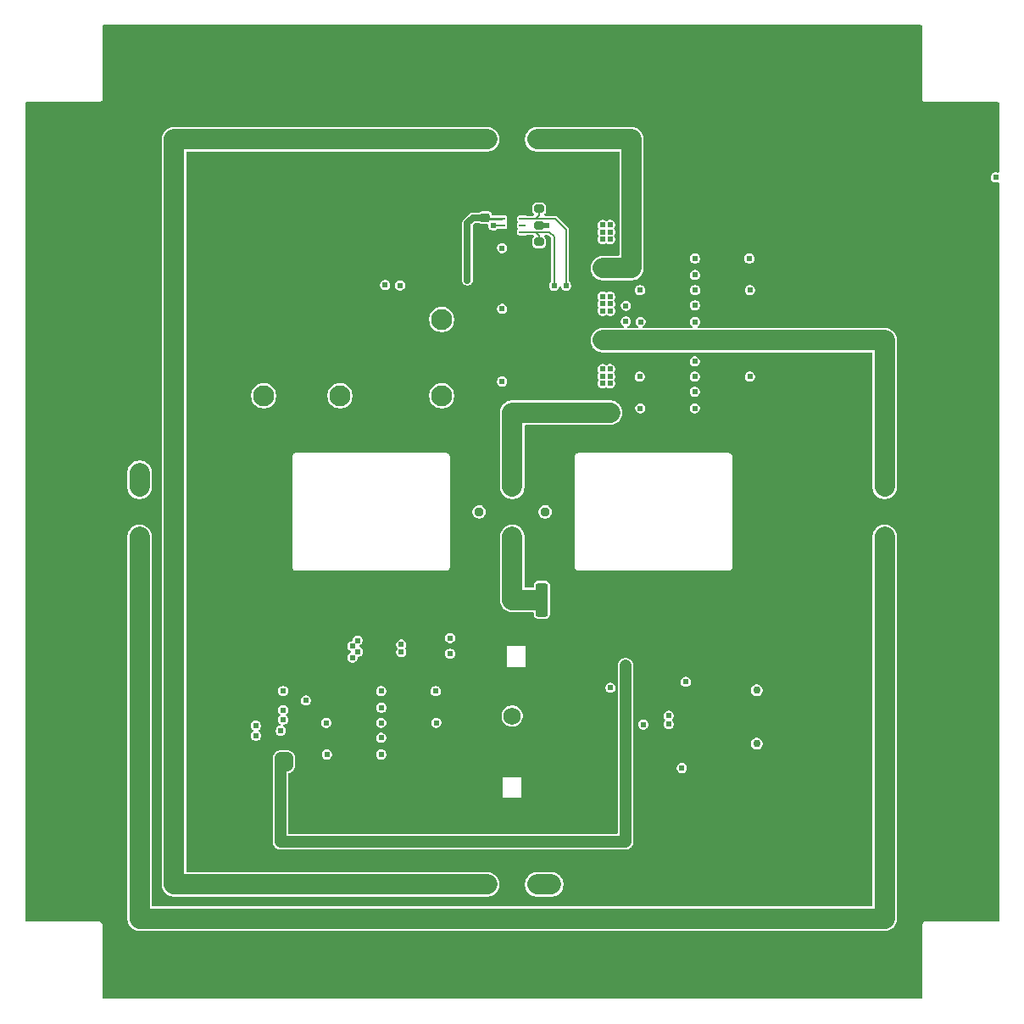
<source format=gbr>
%TF.GenerationSoftware,KiCad,Pcbnew,9.0.1*%
%TF.CreationDate,2025-06-24T16:04:44-04:00*%
%TF.ProjectId,-Z,2d5a2e6b-6963-4616-945f-706362585858,rev?*%
%TF.SameCoordinates,Original*%
%TF.FileFunction,Copper,L1,Top*%
%TF.FilePolarity,Positive*%
%FSLAX46Y46*%
G04 Gerber Fmt 4.6, Leading zero omitted, Abs format (unit mm)*
G04 Created by KiCad (PCBNEW 9.0.1) date 2025-06-24 16:04:44*
%MOMM*%
%LPD*%
G01*
G04 APERTURE LIST*
G04 Aperture macros list*
%AMRoundRect*
0 Rectangle with rounded corners*
0 $1 Rounding radius*
0 $2 $3 $4 $5 $6 $7 $8 $9 X,Y pos of 4 corners*
0 Add a 4 corners polygon primitive as box body*
4,1,4,$2,$3,$4,$5,$6,$7,$8,$9,$2,$3,0*
0 Add four circle primitives for the rounded corners*
1,1,$1+$1,$2,$3*
1,1,$1+$1,$4,$5*
1,1,$1+$1,$6,$7*
1,1,$1+$1,$8,$9*
0 Add four rect primitives between the rounded corners*
20,1,$1+$1,$2,$3,$4,$5,0*
20,1,$1+$1,$4,$5,$6,$7,0*
20,1,$1+$1,$6,$7,$8,$9,0*
20,1,$1+$1,$8,$9,$2,$3,0*%
G04 Aperture macros list end*
%TA.AperFunction,ComponentPad*%
%ADD10C,0.762000*%
%TD*%
%TA.AperFunction,ComponentPad*%
%ADD11C,3.800000*%
%TD*%
%TA.AperFunction,ConnectorPad*%
%ADD12C,5.600000*%
%TD*%
%TA.AperFunction,SMDPad,CuDef*%
%ADD13RoundRect,0.200000X0.275000X-0.200000X0.275000X0.200000X-0.275000X0.200000X-0.275000X-0.200000X0*%
%TD*%
%TA.AperFunction,ComponentPad*%
%ADD14C,1.500000*%
%TD*%
%TA.AperFunction,SMDPad,CuDef*%
%ADD15R,0.660400X0.254000*%
%TD*%
%TA.AperFunction,SMDPad,CuDef*%
%ADD16R,0.762000X1.447800*%
%TD*%
%TA.AperFunction,ComponentPad*%
%ADD17C,1.727200*%
%TD*%
%TA.AperFunction,SMDPad,CuDef*%
%ADD18RoundRect,0.225000X-0.250000X0.225000X-0.250000X-0.225000X0.250000X-0.225000X0.250000X0.225000X0*%
%TD*%
%TA.AperFunction,SMDPad,CuDef*%
%ADD19RoundRect,0.250000X-0.362500X-1.425000X0.362500X-1.425000X0.362500X1.425000X-0.362500X1.425000X0*%
%TD*%
%TA.AperFunction,ComponentPad*%
%ADD20C,2.100000*%
%TD*%
%TA.AperFunction,ViaPad*%
%ADD21C,0.609600*%
%TD*%
%TA.AperFunction,ViaPad*%
%ADD22C,0.939800*%
%TD*%
%TA.AperFunction,ViaPad*%
%ADD23C,0.762000*%
%TD*%
%TA.AperFunction,Conductor*%
%ADD24C,2.032000*%
%TD*%
%TA.AperFunction,Conductor*%
%ADD25C,0.635000*%
%TD*%
%TA.AperFunction,Conductor*%
%ADD26C,0.254000*%
%TD*%
%TA.AperFunction,Conductor*%
%ADD27C,1.143000*%
%TD*%
%TA.AperFunction,Conductor*%
%ADD28C,0.203200*%
%TD*%
G04 APERTURE END LIST*
D10*
%TO.P,H2,1,1*%
%TO.N,GND*%
X144200001Y-145800000D03*
X143555751Y-147355750D03*
X143555751Y-144244250D03*
X142000001Y-148000000D03*
D11*
X142000001Y-145800000D03*
D12*
X142000001Y-145800000D03*
D10*
X142000001Y-143600000D03*
X140444251Y-147355750D03*
X140444251Y-144244250D03*
X139800001Y-145800000D03*
%TD*%
D13*
%TO.P,R1,1*%
%TO.N,/Light Sensor/ADDR*%
X166692401Y-71399600D03*
%TO.P,R1,2*%
%TO.N,/Light Sensor/I2C Protection/DEVICE*%
X166692401Y-69749600D03*
%TD*%
%TO.P,R2,1*%
%TO.N,/Light Sensor/I2C Protection1/DEVICE*%
X166692400Y-73050600D03*
%TO.P,R2,2*%
%TO.N,/Light Sensor/ADDR*%
X166692400Y-71400600D03*
%TD*%
D14*
%TO.P,JP5,1,A*%
%TO.N,/Burn Wires/VBURN3*%
X164000001Y-96100000D03*
X164000001Y-97499999D03*
%TO.P,JP5,2,B*%
%TO.N,Net-(JP5-B)*%
X164000001Y-102499999D03*
X164000001Y-103899998D03*
%TD*%
D10*
%TO.P,H8,1,1*%
%TO.N,GND*%
X212000000Y-121999999D03*
X211355750Y-123555749D03*
X211355750Y-120444249D03*
X209800000Y-124199999D03*
D11*
X209800000Y-121999999D03*
D12*
X209800000Y-121999999D03*
D10*
X209800000Y-119799999D03*
X208244250Y-123555749D03*
X208244250Y-120444249D03*
X207600000Y-121999999D03*
%TD*%
%TO.P,H5,1,1*%
%TO.N,GND*%
X144200001Y-54200000D03*
X143555751Y-55755750D03*
X143555751Y-52644250D03*
X142000001Y-56400000D03*
D11*
X142000001Y-54200000D03*
D12*
X142000001Y-54200000D03*
D10*
X142000001Y-52000000D03*
X140444251Y-55755750D03*
X140444251Y-52644250D03*
X139800001Y-54200000D03*
%TD*%
D15*
%TO.P,U1,1,VDD*%
%TO.N,/Light Sensor/LS_3V3*%
X162971301Y-70749601D03*
%TO.P,U1,2,ADDR*%
%TO.N,/Light Sensor/ADDR*%
X162971301Y-71399600D03*
%TO.P,U1,3,GND*%
%TO.N,GND*%
X162971301Y-72049599D03*
%TO.P,U1,4,SCL*%
%TO.N,/Light Sensor/I2C Protection1/DEVICE*%
X165028701Y-72049599D03*
%TO.P,U1,5,INT*%
%TO.N,unconnected-(U1-INT-Pad5)*%
X165028701Y-71399600D03*
%TO.P,U1,6,SDA*%
%TO.N,/Light Sensor/I2C Protection/DEVICE*%
X165028701Y-70749601D03*
D16*
%TO.P,U1,7,EPAD*%
%TO.N,GND*%
X164000001Y-71399600D03*
%TD*%
D10*
%TO.P,H7,1,1*%
%TO.N,GND*%
X212000000Y-78000000D03*
X211355750Y-79555750D03*
X211355750Y-76444250D03*
X209800000Y-80200000D03*
D11*
X209800000Y-78000000D03*
D12*
X209800000Y-78000000D03*
D10*
X209800000Y-75800000D03*
X208244250Y-79555750D03*
X208244250Y-76444250D03*
X207600000Y-78000000D03*
%TD*%
D17*
%TO.P,AE3,1,A*%
%TO.N,/Interfaces/GPS*%
X164000000Y-120400000D03*
%TD*%
D18*
%TO.P,C1,1*%
%TO.N,/Light Sensor/LS_3V3*%
X161307600Y-70624599D03*
%TO.P,C1,2*%
%TO.N,GND*%
X161307600Y-72174599D03*
%TD*%
D14*
%TO.P,JP1,1,A*%
%TO.N,/Burn Wires/VBURN1*%
X167900000Y-62789000D03*
X166500001Y-62789000D03*
%TO.P,JP1,2,B*%
%TO.N,Net-(JP1-B)*%
X161500001Y-62789000D03*
X160100002Y-62789000D03*
%TD*%
D10*
%TO.P,H4,1,1*%
%TO.N,GND*%
X120400001Y-78000000D03*
X119755751Y-79555750D03*
X119755751Y-76444250D03*
X118200001Y-80200000D03*
D11*
X118200001Y-78000000D03*
D12*
X118200001Y-78000000D03*
D10*
X118200001Y-75800000D03*
X116644251Y-79555750D03*
X116644251Y-76444250D03*
X116000001Y-78000000D03*
%TD*%
D19*
%TO.P,R36,1*%
%TO.N,GND*%
X161037501Y-108788400D03*
%TO.P,R36,2*%
%TO.N,Net-(JP5-B)*%
X166962501Y-108788400D03*
%TD*%
D10*
%TO.P,H3,1,1*%
%TO.N,GND*%
X120400001Y-121999999D03*
X119755751Y-123555749D03*
X119755751Y-120444249D03*
X118200001Y-124199999D03*
D11*
X118200001Y-121999999D03*
D12*
X118200001Y-121999999D03*
D10*
X118200001Y-119799999D03*
X116644251Y-123555749D03*
X116644251Y-120444249D03*
X116000001Y-121999999D03*
%TD*%
D14*
%TO.P,JP4,1,A*%
%TO.N,Net-(JP3-B)*%
X126789000Y-103899999D03*
X126789000Y-102500000D03*
%TO.P,JP4,2,B*%
%TO.N,Net-(JP4-B)*%
X126789000Y-97500000D03*
X126789000Y-96100001D03*
%TD*%
D10*
%TO.P,H1,1,1*%
%TO.N,GND*%
X188200000Y-145800000D03*
X187555750Y-147355750D03*
X187555750Y-144244250D03*
X186000000Y-148000000D03*
D11*
X186000000Y-145800000D03*
D12*
X186000000Y-145800000D03*
D10*
X186000000Y-143600000D03*
X184444250Y-147355750D03*
X184444250Y-144244250D03*
X183800000Y-145800000D03*
%TD*%
%TO.P,H6,1,1*%
%TO.N,GND*%
X188200000Y-54200000D03*
X187555750Y-55755750D03*
X187555750Y-52644250D03*
X186000000Y-56400000D03*
D11*
X186000000Y-54200000D03*
D12*
X186000000Y-54200000D03*
D10*
X186000000Y-52000000D03*
X184444250Y-55755750D03*
X184444250Y-52644250D03*
X183800000Y-54200000D03*
%TD*%
D20*
%TO.P,U2,11,11*%
%TO.N,/Burn Wires/VBURN_A_IN*%
X146793600Y-88417600D03*
%TO.P,U2,12,12*%
%TO.N,GND*%
X139173600Y-80797600D03*
%TO.P,U2,14,14*%
%TO.N,VBATT*%
X139173600Y-88417600D03*
%TO.P,U2,A1,A1*%
X156953600Y-88417600D03*
%TO.P,U2,A2,A2*%
%TO.N,Net-(D1-A)*%
X156953600Y-80797600D03*
%TD*%
D14*
%TO.P,JP3,1,A*%
%TO.N,/Burn Wires/VBURN2*%
X201211001Y-97500000D03*
X201211001Y-96100001D03*
%TO.P,JP3,2,B*%
%TO.N,Net-(JP3-B)*%
X201211001Y-103899999D03*
X201211001Y-102500000D03*
%TD*%
%TO.P,JP2,1,A*%
%TO.N,Net-(JP1-B)*%
X161500001Y-137211000D03*
X160100002Y-137211000D03*
%TO.P,JP2,2,B*%
%TO.N,Net-(JP2-B)*%
X167900000Y-137211000D03*
X166500001Y-137211000D03*
%TD*%
D21*
%TO.N,GND*%
X161400000Y-128372600D03*
X165100000Y-110900000D03*
X162900000Y-113000000D03*
X163600000Y-111600000D03*
X162200000Y-125972600D03*
X162200000Y-129172600D03*
X165100000Y-115900000D03*
X165000001Y-125972600D03*
X185670201Y-121018798D03*
X165800000Y-125972600D03*
X165500000Y-121200000D03*
X162500000Y-119600000D03*
X163000001Y-121968599D03*
X166600000Y-126772600D03*
X166600000Y-128372600D03*
X164400000Y-115900000D03*
X163000001Y-125171799D03*
X152888399Y-123395400D03*
X163000001Y-125972600D03*
X165000001Y-122769399D03*
X162900000Y-110900000D03*
X164000000Y-118600000D03*
X162925001Y-113756200D03*
X184243801Y-80213400D03*
X165100000Y-111600000D03*
X163000000Y-118900000D03*
X165000001Y-124370999D03*
X165000000Y-118900000D03*
X162900000Y-111600000D03*
X164000000Y-129172600D03*
X161400000Y-125972600D03*
X163600000Y-110900000D03*
X165875001Y-114391200D03*
X165875001Y-115026200D03*
X163000001Y-122769399D03*
X148920200Y-118719600D03*
X165800000Y-112300000D03*
X165800000Y-111600000D03*
X162925001Y-114391200D03*
X165000001Y-121968599D03*
X162200000Y-120400000D03*
X163000001Y-123570199D03*
X166600000Y-127572600D03*
X162925001Y-115026200D03*
X165000001Y-125171799D03*
X161400000Y-127572600D03*
X162900000Y-115900000D03*
X163000000Y-129172600D03*
X162500000Y-121200000D03*
X162900000Y-110200000D03*
X166600000Y-125972600D03*
X165500000Y-119600000D03*
X165000000Y-129172600D03*
X179265400Y-84379000D03*
X165800000Y-120400000D03*
X165000001Y-123570199D03*
X182165000Y-120497799D03*
X163000001Y-124370999D03*
X161400000Y-129172600D03*
X161400000Y-126772600D03*
X165875001Y-113756200D03*
X165900000Y-115900000D03*
X162900000Y-112300000D03*
X163703000Y-115900000D03*
X165800000Y-113000000D03*
X184228800Y-88820999D03*
X165800000Y-129172600D03*
X180281401Y-75514399D03*
X166600000Y-129172600D03*
D22*
%TO.N,Net-(AE1-Pad1)*%
X167300000Y-99999800D03*
%TO.N,Net-(AE2-Pad1)*%
X160700000Y-99999800D03*
D21*
%TO.N,BURN_RELAY_A*%
X148556800Y-112852399D03*
X152798600Y-77380800D03*
%TO.N,SDA*%
X182237201Y-89661200D03*
X182252200Y-74699600D03*
X141114601Y-119796799D03*
X150917600Y-124230600D03*
%TO.N,SCL*%
X150917599Y-117907000D03*
X182252201Y-81023200D03*
X141114601Y-117896800D03*
%TO.N,/Burn Wires/VBURN1*%
X173042401Y-74955600D03*
X173779001Y-74955600D03*
X173779000Y-76378000D03*
X173779001Y-75666799D03*
X173042400Y-76378000D03*
X173042401Y-75666799D03*
%TO.N,/Burn Wires/VBURN2*%
X173042400Y-83566200D03*
X173779001Y-82143800D03*
X173779000Y-83566200D03*
X173042401Y-82143800D03*
X173779001Y-82854999D03*
X173042401Y-82854999D03*
%TO.N,/Burn Wires/VBURN3*%
X173042400Y-90805200D03*
X173042401Y-89382800D03*
X173779000Y-89382799D03*
X173779001Y-90093999D03*
X173779000Y-90805200D03*
X173042401Y-90093999D03*
%TO.N,SCL_M*%
X182237200Y-84987599D03*
X179625001Y-120370803D03*
%TO.N,SDA_M*%
X182237200Y-88011199D03*
X179625001Y-121209000D03*
%TO.N,SCL_IO*%
X150926600Y-119565999D03*
X152925600Y-113258796D03*
%TO.N,BURN_EN1*%
X162984001Y-73660200D03*
X148048800Y-114554200D03*
%TO.N,BURN_EN2*%
X162984001Y-79743000D03*
X148559567Y-113977544D03*
%TO.N,SDA_IO*%
X152925600Y-114020800D03*
X150917599Y-122580599D03*
%TO.N,BURN_EN3*%
X148044222Y-113416236D03*
X162984001Y-86982000D03*
%TO.N,/Light Sensor/LS_3V3*%
X182262601Y-77861400D03*
X187687802Y-74699600D03*
X187750800Y-77861400D03*
X176753600Y-77861399D03*
X159529601Y-76885999D03*
X176816600Y-81023200D03*
X175353801Y-80985701D03*
%TO.N,COIL_DRIVER_EN*%
X141114601Y-120751799D03*
X173812200Y-117589800D03*
%TO.N,/GPIO Expander/GE_3V3*%
X145418999Y-121068800D03*
X157802401Y-114173301D03*
X156416200Y-121068800D03*
X156353200Y-117907000D03*
X150907199Y-121068799D03*
X145482000Y-124230600D03*
%TO.N,/Burn Wires/VBURN_A_IN*%
X151300001Y-77355399D03*
X173779001Y-71348799D03*
X173779000Y-78511599D03*
X173779000Y-87173000D03*
X173779000Y-72771199D03*
X173779001Y-79222800D03*
X173779000Y-79934000D03*
X173042401Y-71348799D03*
X173779001Y-86461800D03*
X173042401Y-86461800D03*
X173042400Y-72060000D03*
X173042401Y-87172999D03*
X173042401Y-79933999D03*
X173779000Y-72060000D03*
X173042400Y-78511599D03*
X173042401Y-72771200D03*
X173779000Y-85750600D03*
X173042400Y-85750600D03*
X173042401Y-79222800D03*
%TO.N,3V3_P*%
X175353801Y-79410698D03*
X138398801Y-122359991D03*
X180945800Y-125590000D03*
X138398801Y-121359989D03*
X177085200Y-121234401D03*
X181340000Y-116992600D03*
X176738601Y-86499399D03*
X140873001Y-121869400D03*
X157802401Y-112598298D03*
X187735801Y-86499399D03*
X143389601Y-118846800D03*
X176801600Y-89661200D03*
X182247600Y-86499399D03*
%TO.N,VBATT_M*%
X175308401Y-116306800D03*
X175308400Y-115375902D03*
X140835201Y-124612600D03*
X175308401Y-117246600D03*
X141546400Y-125323799D03*
X141546400Y-124612600D03*
X140835201Y-125323799D03*
%TO.N,/Light Sensor/I2C Protection/DEVICE*%
X182252201Y-76349600D03*
X169384801Y-77419400D03*
%TO.N,/Light Sensor/I2C Protection1/DEVICE*%
X182252201Y-79373200D03*
X168191001Y-77419400D03*
%TO.N,/Light Sensor/ADDR*%
X162118879Y-71401124D03*
X167454400Y-71399599D03*
D23*
%TO.N,/Coil Driver/coil*%
X188438800Y-123164801D03*
X188438801Y-117830802D03*
D21*
X212285401Y-66599000D03*
%TD*%
D24*
%TO.N,Net-(JP1-B)*%
X131742000Y-62789000D02*
X130218001Y-62789000D01*
X130218001Y-62789000D02*
X130218001Y-137211000D01*
X161500000Y-62789000D02*
X131742000Y-62789000D01*
X130218001Y-137211000D02*
X161500000Y-137211000D01*
%TO.N,/Burn Wires/VBURN1*%
X175912600Y-62789000D02*
X175912601Y-75666799D01*
X166500001Y-62789000D02*
X175912600Y-62789000D01*
X175912601Y-75666799D02*
X173042401Y-75666799D01*
%TO.N,/Burn Wires/VBURN2*%
X173042401Y-82854999D02*
X201211001Y-82854999D01*
X201211001Y-82854999D02*
X201211001Y-97500000D01*
%TO.N,Net-(JP2-B)*%
X166500001Y-137211000D02*
X167900000Y-137211000D01*
%TO.N,Net-(JP3-B)*%
X201211000Y-140640000D02*
X201211001Y-102500000D01*
X126789001Y-140640000D02*
X201211000Y-140640000D01*
X126789000Y-102500000D02*
X126789001Y-140640000D01*
%TO.N,/Burn Wires/VBURN3*%
X164000001Y-90094000D02*
X164000001Y-97499999D01*
X173779001Y-90093999D02*
X164000001Y-90094000D01*
%TO.N,Net-(JP4-B)*%
X126789000Y-97500000D02*
X126789000Y-96100000D01*
%TO.N,Net-(JP5-B)*%
X164000000Y-102500000D02*
X164000000Y-108788400D01*
X164000001Y-102499999D02*
X164000000Y-102500000D01*
X164000000Y-108788400D02*
X166400000Y-108788400D01*
D25*
%TO.N,/Light Sensor/LS_3V3*%
X159529600Y-71145600D02*
X160050601Y-70624599D01*
D26*
X161432602Y-70749601D02*
X161307601Y-70624600D01*
X162996701Y-70749601D02*
X161432602Y-70749601D01*
D25*
X160050601Y-70624599D02*
X161307601Y-70624600D01*
X159529601Y-76885999D02*
X159529600Y-71145600D01*
D27*
%TO.N,VBATT_M*%
X141546400Y-125323799D02*
X140835201Y-125323799D01*
X140835201Y-132969199D02*
X140835201Y-124612600D01*
X175308401Y-117246600D02*
X175308401Y-116306800D01*
X175308401Y-116306800D02*
X175308400Y-115375902D01*
X141546400Y-124612600D02*
X140835201Y-124612600D01*
X141546400Y-124612600D02*
X141546400Y-125323799D01*
X175308401Y-132969200D02*
X140835201Y-132969199D01*
X175308401Y-117246600D02*
X175308401Y-132969200D01*
D28*
%TO.N,/Light Sensor/I2C Protection/DEVICE*%
X165064502Y-70739199D02*
X165054100Y-70749601D01*
X169384800Y-71831400D02*
X168292600Y-70739200D01*
X166692400Y-70383599D02*
X166692401Y-69749600D01*
X168292600Y-70739200D02*
X165064502Y-70739199D01*
X166336800Y-70739199D02*
X166692400Y-70383599D01*
X169384801Y-77419400D02*
X169384800Y-71831400D01*
%TO.N,/Light Sensor/I2C Protection1/DEVICE*%
X168191001Y-72517200D02*
X167729400Y-72055600D01*
X166357801Y-72055599D02*
X166692401Y-72390199D01*
X165060101Y-72055599D02*
X165054101Y-72049599D01*
X167729400Y-72055600D02*
X165060101Y-72055599D01*
X166692401Y-72390199D02*
X166692400Y-73050600D01*
X168191001Y-77419400D02*
X168191001Y-72517200D01*
%TO.N,/Light Sensor/ADDR*%
X162118879Y-71401124D02*
X162128065Y-71391939D01*
X162989039Y-71391939D02*
X162996700Y-71399599D01*
X166692401Y-71399599D02*
X167454400Y-71399599D01*
X162128065Y-71391939D02*
X162989039Y-71391939D01*
%TD*%
%TA.AperFunction,Conductor*%
%TO.N,GND*%
G36*
X204882111Y-51395632D02*
G01*
X204918656Y-51445932D01*
X204923580Y-51477019D01*
X204923580Y-58749558D01*
X204949233Y-58845294D01*
X204998787Y-58931123D01*
X204998789Y-58931126D01*
X205068873Y-59001210D01*
X205068875Y-59001211D01*
X205154704Y-59050765D01*
X205154706Y-59050765D01*
X205154707Y-59050766D01*
X205250443Y-59076419D01*
X212522981Y-59076419D01*
X212582112Y-59095632D01*
X212618657Y-59145932D01*
X212623581Y-59177019D01*
X212623581Y-66033373D01*
X212604368Y-66092504D01*
X212554068Y-66129049D01*
X212491894Y-66129049D01*
X212484488Y-66126317D01*
X212481678Y-66125153D01*
X212352351Y-66090500D01*
X212352346Y-66090500D01*
X212218456Y-66090500D01*
X212218450Y-66090500D01*
X212089130Y-66125151D01*
X212089129Y-66125151D01*
X211973174Y-66192099D01*
X211878500Y-66286773D01*
X211811552Y-66402728D01*
X211811552Y-66402729D01*
X211776901Y-66532049D01*
X211776901Y-66665950D01*
X211811552Y-66795270D01*
X211811552Y-66795271D01*
X211811554Y-66795274D01*
X211878500Y-66911226D01*
X211973175Y-67005901D01*
X212086172Y-67071141D01*
X212089129Y-67072848D01*
X212218450Y-67107499D01*
X212218454Y-67107499D01*
X212218456Y-67107500D01*
X212218458Y-67107500D01*
X212352344Y-67107500D01*
X212352346Y-67107500D01*
X212352348Y-67107499D01*
X212352351Y-67107499D01*
X212481675Y-67072847D01*
X212484479Y-67071686D01*
X212486647Y-67071515D01*
X212488044Y-67071141D01*
X212488113Y-67071399D01*
X212546461Y-67066804D01*
X212599475Y-67099288D01*
X212623271Y-67156728D01*
X212623581Y-67164626D01*
X212623581Y-140822980D01*
X212604368Y-140882111D01*
X212554068Y-140918656D01*
X212522981Y-140923580D01*
X205250441Y-140923580D01*
X205154705Y-140949233D01*
X205068876Y-140998787D01*
X205068875Y-140998788D01*
X205068874Y-140998789D01*
X204998790Y-141068873D01*
X204998789Y-141068874D01*
X204998788Y-141068875D01*
X204949234Y-141154704D01*
X204923581Y-141250440D01*
X204923580Y-141250443D01*
X204923580Y-148522980D01*
X204904367Y-148582111D01*
X204854067Y-148618656D01*
X204822980Y-148623580D01*
X123177021Y-148623580D01*
X123117890Y-148604367D01*
X123081345Y-148554067D01*
X123076421Y-148522980D01*
X123076420Y-141250443D01*
X123076419Y-141250440D01*
X123050766Y-141154704D01*
X123001212Y-141068875D01*
X123001211Y-141068873D01*
X122931127Y-140998789D01*
X122931124Y-140998787D01*
X122845295Y-140949233D01*
X122749559Y-140923580D01*
X122749557Y-140923580D01*
X115477020Y-140923580D01*
X115417889Y-140904367D01*
X115381344Y-140854067D01*
X115376420Y-140822980D01*
X115376420Y-102404000D01*
X125569300Y-102404000D01*
X125569300Y-140735994D01*
X125569301Y-140735999D01*
X125599332Y-140925607D01*
X125599336Y-140925623D01*
X125658659Y-141108202D01*
X125745815Y-141279253D01*
X125745820Y-141279262D01*
X125796892Y-141349557D01*
X125858664Y-141434580D01*
X125858666Y-141434582D01*
X125994419Y-141570335D01*
X126149739Y-141683181D01*
X126149747Y-141683185D01*
X126320798Y-141770341D01*
X126503377Y-141829664D01*
X126503380Y-141829664D01*
X126503387Y-141829667D01*
X126503392Y-141829667D01*
X126503393Y-141829668D01*
X126693001Y-141859699D01*
X126693006Y-141859700D01*
X126693008Y-141859700D01*
X201306995Y-141859700D01*
X201306999Y-141859699D01*
X201496614Y-141829667D01*
X201679202Y-141770341D01*
X201850262Y-141683181D01*
X202005582Y-141570335D01*
X202141335Y-141434582D01*
X202254181Y-141279262D01*
X202341341Y-141108202D01*
X202400667Y-140925614D01*
X202430700Y-140735993D01*
X202430701Y-102404007D01*
X202400668Y-102214386D01*
X202400665Y-102214376D01*
X202341342Y-102031797D01*
X202254186Y-101860746D01*
X202254182Y-101860738D01*
X202141336Y-101705418D01*
X202005583Y-101569665D01*
X202005582Y-101569664D01*
X202005581Y-101569663D01*
X201927923Y-101513242D01*
X201850263Y-101456819D01*
X201850257Y-101456816D01*
X201850254Y-101456814D01*
X201679203Y-101369658D01*
X201496624Y-101310335D01*
X201496608Y-101310331D01*
X201307000Y-101280300D01*
X201306994Y-101280300D01*
X201115008Y-101280300D01*
X201115001Y-101280300D01*
X200925393Y-101310331D01*
X200925377Y-101310335D01*
X200742798Y-101369658D01*
X200571747Y-101456814D01*
X200571736Y-101456821D01*
X200416420Y-101569663D01*
X200280664Y-101705419D01*
X200167822Y-101860735D01*
X200167815Y-101860746D01*
X200080659Y-102031797D01*
X200021336Y-102214376D01*
X200021332Y-102214392D01*
X199991301Y-102404000D01*
X199991300Y-102404005D01*
X199991300Y-139319700D01*
X199972087Y-139378831D01*
X199921787Y-139415376D01*
X199890700Y-139420300D01*
X128109301Y-139420300D01*
X128050170Y-139401087D01*
X128013625Y-139350787D01*
X128008701Y-139319700D01*
X128008700Y-102404005D01*
X128008699Y-102404000D01*
X127978668Y-102214392D01*
X127978668Y-102214390D01*
X127978667Y-102214386D01*
X127978664Y-102214376D01*
X127919341Y-102031797D01*
X127832185Y-101860746D01*
X127832181Y-101860738D01*
X127719335Y-101705418D01*
X127583582Y-101569665D01*
X127583581Y-101569664D01*
X127583580Y-101569663D01*
X127505922Y-101513242D01*
X127428262Y-101456819D01*
X127428256Y-101456816D01*
X127428253Y-101456814D01*
X127257202Y-101369658D01*
X127074623Y-101310335D01*
X127074607Y-101310331D01*
X126884999Y-101280300D01*
X126884993Y-101280300D01*
X126693007Y-101280300D01*
X126693000Y-101280300D01*
X126503392Y-101310331D01*
X126503376Y-101310335D01*
X126320797Y-101369658D01*
X126149746Y-101456814D01*
X126149735Y-101456821D01*
X125994419Y-101569663D01*
X125858663Y-101705419D01*
X125745821Y-101860735D01*
X125745814Y-101860746D01*
X125658658Y-102031797D01*
X125599335Y-102214376D01*
X125599331Y-102214392D01*
X125569300Y-102404000D01*
X115376420Y-102404000D01*
X115376420Y-96004000D01*
X125569300Y-96004000D01*
X125569300Y-97595999D01*
X125599331Y-97785607D01*
X125599335Y-97785623D01*
X125658658Y-97968202D01*
X125745814Y-98139253D01*
X125745819Y-98139262D01*
X125802242Y-98216922D01*
X125858663Y-98294580D01*
X125858664Y-98294581D01*
X125858665Y-98294582D01*
X125994418Y-98430335D01*
X126149738Y-98543181D01*
X126149744Y-98543184D01*
X126149746Y-98543185D01*
X126320797Y-98630341D01*
X126503376Y-98689664D01*
X126503379Y-98689664D01*
X126503386Y-98689667D01*
X126503391Y-98689667D01*
X126503392Y-98689668D01*
X126693000Y-98719699D01*
X126693005Y-98719700D01*
X126693007Y-98719700D01*
X126884995Y-98719700D01*
X126884999Y-98719699D01*
X127074614Y-98689667D01*
X127257202Y-98630341D01*
X127428262Y-98543181D01*
X127583582Y-98430335D01*
X127719335Y-98294582D01*
X127832181Y-98139262D01*
X127919341Y-97968202D01*
X127978667Y-97785614D01*
X128008700Y-97595993D01*
X128008700Y-96004007D01*
X127978667Y-95814386D01*
X127919341Y-95631798D01*
X127919341Y-95631797D01*
X127832185Y-95460746D01*
X127832181Y-95460738D01*
X127719335Y-95305418D01*
X127583582Y-95169665D01*
X127583580Y-95169663D01*
X127505922Y-95113242D01*
X127428262Y-95056819D01*
X127428256Y-95056816D01*
X127428253Y-95056814D01*
X127257202Y-94969658D01*
X127074623Y-94910335D01*
X127074607Y-94910331D01*
X126884999Y-94880300D01*
X126884993Y-94880300D01*
X126693007Y-94880300D01*
X126693000Y-94880300D01*
X126503392Y-94910331D01*
X126503376Y-94910335D01*
X126320797Y-94969658D01*
X126149746Y-95056814D01*
X126149735Y-95056821D01*
X125994419Y-95169663D01*
X125858663Y-95305419D01*
X125745821Y-95460735D01*
X125745814Y-95460746D01*
X125658658Y-95631797D01*
X125599335Y-95814376D01*
X125599331Y-95814392D01*
X125569300Y-96004000D01*
X115376420Y-96004000D01*
X115376420Y-62693000D01*
X128998301Y-62693000D01*
X128998301Y-137306999D01*
X129028332Y-137496607D01*
X129028336Y-137496623D01*
X129087659Y-137679202D01*
X129174815Y-137850253D01*
X129174820Y-137850262D01*
X129231243Y-137927922D01*
X129287664Y-138005580D01*
X129287666Y-138005582D01*
X129423419Y-138141335D01*
X129578739Y-138254181D01*
X129578747Y-138254185D01*
X129749798Y-138341341D01*
X129932377Y-138400664D01*
X129932380Y-138400664D01*
X129932387Y-138400667D01*
X129932392Y-138400667D01*
X129932393Y-138400668D01*
X130122001Y-138430699D01*
X130122006Y-138430700D01*
X130122008Y-138430700D01*
X161595995Y-138430700D01*
X161595999Y-138430699D01*
X161785614Y-138400667D01*
X161968202Y-138341341D01*
X162139262Y-138254181D01*
X162294582Y-138141335D01*
X162430335Y-138005582D01*
X162543181Y-137850262D01*
X162630341Y-137679202D01*
X162689667Y-137496614D01*
X162719700Y-137306993D01*
X162719700Y-137115007D01*
X162719699Y-137115000D01*
X165280301Y-137115000D01*
X165280301Y-137306999D01*
X165310332Y-137496607D01*
X165310336Y-137496623D01*
X165369659Y-137679202D01*
X165456815Y-137850253D01*
X165456820Y-137850262D01*
X165513243Y-137927922D01*
X165569664Y-138005580D01*
X165569666Y-138005582D01*
X165705419Y-138141335D01*
X165860739Y-138254181D01*
X165860747Y-138254185D01*
X166031798Y-138341341D01*
X166214377Y-138400664D01*
X166214380Y-138400664D01*
X166214387Y-138400667D01*
X166214392Y-138400667D01*
X166214393Y-138400668D01*
X166404001Y-138430699D01*
X166404006Y-138430700D01*
X166404008Y-138430700D01*
X167995995Y-138430700D01*
X167995999Y-138430699D01*
X168185614Y-138400667D01*
X168368202Y-138341341D01*
X168539262Y-138254181D01*
X168694582Y-138141335D01*
X168830335Y-138005582D01*
X168943181Y-137850262D01*
X169030341Y-137679202D01*
X169089667Y-137496614D01*
X169119700Y-137306993D01*
X169119700Y-137115007D01*
X169089667Y-136925386D01*
X169030341Y-136742798D01*
X169030341Y-136742797D01*
X168943185Y-136571746D01*
X168943181Y-136571738D01*
X168830335Y-136416418D01*
X168694582Y-136280665D01*
X168694580Y-136280663D01*
X168616922Y-136224242D01*
X168539262Y-136167819D01*
X168539256Y-136167816D01*
X168539253Y-136167814D01*
X168368202Y-136080658D01*
X168185623Y-136021335D01*
X168185607Y-136021331D01*
X167995999Y-135991300D01*
X167995993Y-135991300D01*
X166404008Y-135991300D01*
X166404001Y-135991300D01*
X166214393Y-136021331D01*
X166214377Y-136021335D01*
X166031798Y-136080658D01*
X165860747Y-136167814D01*
X165860736Y-136167821D01*
X165705420Y-136280663D01*
X165569664Y-136416419D01*
X165456822Y-136571735D01*
X165456815Y-136571746D01*
X165369659Y-136742797D01*
X165310336Y-136925376D01*
X165310332Y-136925392D01*
X165280301Y-137115000D01*
X162719699Y-137115000D01*
X162689667Y-136925386D01*
X162630341Y-136742798D01*
X162630341Y-136742797D01*
X162543185Y-136571746D01*
X162543181Y-136571738D01*
X162430335Y-136416418D01*
X162294582Y-136280665D01*
X162294580Y-136280663D01*
X162216922Y-136224242D01*
X162139262Y-136167819D01*
X162139256Y-136167816D01*
X162139253Y-136167814D01*
X161968202Y-136080658D01*
X161785623Y-136021335D01*
X161785607Y-136021331D01*
X161595999Y-135991300D01*
X161595993Y-135991300D01*
X131538301Y-135991300D01*
X131479170Y-135972087D01*
X131442625Y-135921787D01*
X131437701Y-135890700D01*
X131437701Y-124536249D01*
X140060001Y-124536249D01*
X140060001Y-133045549D01*
X140089790Y-133195315D01*
X140089791Y-133195317D01*
X140148228Y-133336394D01*
X140148229Y-133336395D01*
X140233062Y-133463358D01*
X140341041Y-133571337D01*
X140372567Y-133592402D01*
X140468006Y-133656172D01*
X140609083Y-133714609D01*
X140758850Y-133744399D01*
X175212037Y-133744399D01*
X175212041Y-133744400D01*
X175232050Y-133744400D01*
X175384751Y-133744400D01*
X175384752Y-133744400D01*
X175534519Y-133714610D01*
X175675596Y-133656173D01*
X175802562Y-133571337D01*
X175910538Y-133463361D01*
X175995374Y-133336395D01*
X176053811Y-133195318D01*
X176083601Y-133045551D01*
X176083601Y-132892849D01*
X176083601Y-132892848D01*
X176083601Y-125523049D01*
X180437300Y-125523049D01*
X180437300Y-125656950D01*
X180471951Y-125786270D01*
X180471951Y-125786271D01*
X180471953Y-125786274D01*
X180538899Y-125902226D01*
X180633574Y-125996901D01*
X180657601Y-126010773D01*
X180749528Y-126063848D01*
X180878849Y-126098499D01*
X180878853Y-126098499D01*
X180878855Y-126098500D01*
X180878857Y-126098500D01*
X181012743Y-126098500D01*
X181012745Y-126098500D01*
X181012747Y-126098499D01*
X181012750Y-126098499D01*
X181142070Y-126063848D01*
X181142071Y-126063848D01*
X181142071Y-126063847D01*
X181142074Y-126063847D01*
X181258026Y-125996901D01*
X181352701Y-125902226D01*
X181419647Y-125786274D01*
X181454300Y-125656945D01*
X181454300Y-125523055D01*
X181454299Y-125523053D01*
X181454299Y-125523049D01*
X181419648Y-125393729D01*
X181419648Y-125393728D01*
X181352700Y-125277773D01*
X181258026Y-125183099D01*
X181142071Y-125116151D01*
X181012750Y-125081500D01*
X181012745Y-125081500D01*
X180878855Y-125081500D01*
X180878849Y-125081500D01*
X180749529Y-125116151D01*
X180749528Y-125116151D01*
X180633573Y-125183099D01*
X180538899Y-125277773D01*
X180471951Y-125393728D01*
X180471951Y-125393729D01*
X180437300Y-125523049D01*
X176083601Y-125523049D01*
X176083601Y-123087821D01*
X187854100Y-123087821D01*
X187854100Y-123241780D01*
X187893948Y-123390490D01*
X187970924Y-123523815D01*
X188079785Y-123632676D01*
X188079784Y-123632676D01*
X188213110Y-123709652D01*
X188213111Y-123709652D01*
X188213114Y-123709654D01*
X188361823Y-123749501D01*
X188361825Y-123749501D01*
X188515775Y-123749501D01*
X188515777Y-123749501D01*
X188664486Y-123709654D01*
X188797814Y-123632677D01*
X188906676Y-123523815D01*
X188983653Y-123390487D01*
X189023500Y-123241778D01*
X189023500Y-123087824D01*
X188983653Y-122939115D01*
X188906676Y-122805787D01*
X188797814Y-122696925D01*
X188797815Y-122696925D01*
X188664489Y-122619949D01*
X188664486Y-122619948D01*
X188624644Y-122609272D01*
X188515779Y-122580101D01*
X188515777Y-122580101D01*
X188361823Y-122580101D01*
X188361820Y-122580101D01*
X188213110Y-122619949D01*
X188079785Y-122696925D01*
X187970924Y-122805786D01*
X187893948Y-122939111D01*
X187854100Y-123087821D01*
X176083601Y-123087821D01*
X176083601Y-121167450D01*
X176576700Y-121167450D01*
X176576700Y-121301351D01*
X176611351Y-121430671D01*
X176611351Y-121430672D01*
X176637349Y-121475701D01*
X176678299Y-121546627D01*
X176772974Y-121641302D01*
X176844931Y-121682847D01*
X176888928Y-121708249D01*
X177018249Y-121742900D01*
X177018253Y-121742900D01*
X177018255Y-121742901D01*
X177018257Y-121742901D01*
X177152143Y-121742901D01*
X177152145Y-121742901D01*
X177152147Y-121742900D01*
X177152150Y-121742900D01*
X177281470Y-121708249D01*
X177281471Y-121708249D01*
X177281471Y-121708248D01*
X177281474Y-121708248D01*
X177397426Y-121641302D01*
X177492101Y-121546627D01*
X177559047Y-121430675D01*
X177572350Y-121381026D01*
X177593699Y-121301351D01*
X177593700Y-121301344D01*
X177593700Y-121167457D01*
X177593699Y-121167450D01*
X177559048Y-121038130D01*
X177559048Y-121038129D01*
X177544383Y-121012729D01*
X177492101Y-120922175D01*
X177397426Y-120827500D01*
X177332304Y-120789901D01*
X177281471Y-120760552D01*
X177152150Y-120725901D01*
X177152145Y-120725901D01*
X177018255Y-120725901D01*
X177018249Y-120725901D01*
X176888929Y-120760552D01*
X176888928Y-120760552D01*
X176772973Y-120827500D01*
X176678299Y-120922174D01*
X176611351Y-121038129D01*
X176611351Y-121038130D01*
X176576700Y-121167450D01*
X176083601Y-121167450D01*
X176083601Y-120303852D01*
X179116501Y-120303852D01*
X179116501Y-120437753D01*
X179151152Y-120567073D01*
X179151152Y-120567074D01*
X179218100Y-120683029D01*
X179253837Y-120718766D01*
X179282063Y-120774164D01*
X179272337Y-120835572D01*
X179253838Y-120861035D01*
X179218100Y-120896773D01*
X179151152Y-121012728D01*
X179151152Y-121012729D01*
X179116501Y-121142049D01*
X179116501Y-121275950D01*
X179151152Y-121405270D01*
X179151152Y-121405271D01*
X179191815Y-121475700D01*
X179218100Y-121521226D01*
X179312775Y-121615901D01*
X179428727Y-121682847D01*
X179428729Y-121682848D01*
X179558050Y-121717499D01*
X179558054Y-121717499D01*
X179558056Y-121717500D01*
X179558058Y-121717500D01*
X179691944Y-121717500D01*
X179691946Y-121717500D01*
X179691948Y-121717499D01*
X179691951Y-121717499D01*
X179821271Y-121682848D01*
X179821272Y-121682848D01*
X179821272Y-121682847D01*
X179821275Y-121682847D01*
X179937227Y-121615901D01*
X180031902Y-121521226D01*
X180098848Y-121405274D01*
X180126695Y-121301346D01*
X180133500Y-121275950D01*
X180133501Y-121275943D01*
X180133501Y-121142056D01*
X180133500Y-121142049D01*
X180098849Y-121012729D01*
X180098849Y-121012728D01*
X180092572Y-121001856D01*
X180031902Y-120896774D01*
X179996163Y-120861035D01*
X179967938Y-120805638D01*
X179977664Y-120744230D01*
X179996162Y-120718768D01*
X180031902Y-120683029D01*
X180098848Y-120567077D01*
X180133012Y-120439573D01*
X180133500Y-120437753D01*
X180133501Y-120437746D01*
X180133501Y-120303859D01*
X180133500Y-120303852D01*
X180098849Y-120174532D01*
X180098849Y-120174531D01*
X180098848Y-120174529D01*
X180031902Y-120058577D01*
X179937227Y-119963902D01*
X179821275Y-119896956D01*
X179821272Y-119896954D01*
X179691951Y-119862303D01*
X179691946Y-119862303D01*
X179558056Y-119862303D01*
X179558050Y-119862303D01*
X179428730Y-119896954D01*
X179428729Y-119896954D01*
X179312774Y-119963902D01*
X179218100Y-120058576D01*
X179151152Y-120174531D01*
X179151152Y-120174532D01*
X179116501Y-120303852D01*
X176083601Y-120303852D01*
X176083601Y-117753822D01*
X187854101Y-117753822D01*
X187854101Y-117907781D01*
X187893949Y-118056491D01*
X187970925Y-118189816D01*
X188079786Y-118298677D01*
X188079785Y-118298677D01*
X188213111Y-118375653D01*
X188213112Y-118375653D01*
X188213115Y-118375655D01*
X188361824Y-118415502D01*
X188361826Y-118415502D01*
X188515776Y-118415502D01*
X188515778Y-118415502D01*
X188664487Y-118375655D01*
X188797815Y-118298678D01*
X188906677Y-118189816D01*
X188983654Y-118056488D01*
X189023501Y-117907779D01*
X189023501Y-117753825D01*
X188983654Y-117605116D01*
X188977682Y-117594773D01*
X188936161Y-117522856D01*
X188906677Y-117471788D01*
X188797815Y-117362926D01*
X188797816Y-117362926D01*
X188664490Y-117285950D01*
X188664487Y-117285949D01*
X188624645Y-117275273D01*
X188515780Y-117246102D01*
X188515778Y-117246102D01*
X188361824Y-117246102D01*
X188361821Y-117246102D01*
X188213111Y-117285950D01*
X188079786Y-117362926D01*
X187970925Y-117471787D01*
X187893949Y-117605112D01*
X187854101Y-117753822D01*
X176083601Y-117753822D01*
X176083601Y-117170249D01*
X176083601Y-116925649D01*
X180831500Y-116925649D01*
X180831500Y-117059550D01*
X180866151Y-117188870D01*
X180866151Y-117188871D01*
X180866153Y-117188874D01*
X180933099Y-117304826D01*
X181027774Y-117399501D01*
X181143726Y-117466447D01*
X181143728Y-117466448D01*
X181273049Y-117501099D01*
X181273053Y-117501099D01*
X181273055Y-117501100D01*
X181273057Y-117501100D01*
X181406943Y-117501100D01*
X181406945Y-117501100D01*
X181406947Y-117501099D01*
X181406950Y-117501099D01*
X181516341Y-117471788D01*
X181536270Y-117466448D01*
X181536271Y-117466448D01*
X181536271Y-117466447D01*
X181536274Y-117466447D01*
X181652226Y-117399501D01*
X181746901Y-117304826D01*
X181813847Y-117188874D01*
X181848500Y-117059545D01*
X181848500Y-116925655D01*
X181848499Y-116925653D01*
X181848499Y-116925649D01*
X181813848Y-116796329D01*
X181813848Y-116796328D01*
X181746900Y-116680373D01*
X181652226Y-116585699D01*
X181536271Y-116518751D01*
X181406950Y-116484100D01*
X181406945Y-116484100D01*
X181273055Y-116484100D01*
X181273049Y-116484100D01*
X181143729Y-116518751D01*
X181143728Y-116518751D01*
X181027773Y-116585699D01*
X180933099Y-116680373D01*
X180866151Y-116796328D01*
X180866151Y-116796329D01*
X180831500Y-116925649D01*
X176083601Y-116925649D01*
X176083601Y-116230449D01*
X176083601Y-116210441D01*
X176083600Y-116210435D01*
X176083600Y-115299550D01*
X176053810Y-115149783D01*
X175995373Y-115008706D01*
X175910536Y-114881740D01*
X175802560Y-114773764D01*
X175760620Y-114745741D01*
X175675598Y-114688931D01*
X175675590Y-114688927D01*
X175627184Y-114668876D01*
X175534517Y-114630492D01*
X175534513Y-114630491D01*
X175534516Y-114630491D01*
X175414539Y-114606627D01*
X175384750Y-114600702D01*
X175232048Y-114600702D01*
X175202259Y-114606627D01*
X175082282Y-114630491D01*
X174941211Y-114688925D01*
X174941204Y-114688929D01*
X174814239Y-114773765D01*
X174706263Y-114881740D01*
X174706263Y-114881741D01*
X174621429Y-115008703D01*
X174621425Y-115008711D01*
X174562989Y-115149786D01*
X174533200Y-115299552D01*
X174533201Y-116230449D01*
X174533201Y-132093399D01*
X174513988Y-132152530D01*
X174463688Y-132189075D01*
X174432601Y-132193999D01*
X141711001Y-132193999D01*
X141651870Y-132174786D01*
X141615325Y-132124486D01*
X141610401Y-132093399D01*
X141610401Y-128597599D01*
X163050001Y-128597599D01*
X164950001Y-128597599D01*
X164950001Y-126507599D01*
X163050001Y-126507599D01*
X163050001Y-128597599D01*
X141610401Y-128597599D01*
X141610401Y-126184016D01*
X141629614Y-126124885D01*
X141679914Y-126088340D01*
X141691375Y-126085349D01*
X141772518Y-126069209D01*
X141913595Y-126010772D01*
X142040561Y-125925936D01*
X142148537Y-125817960D01*
X142233373Y-125690994D01*
X142291810Y-125549917D01*
X142321600Y-125400150D01*
X142321600Y-124536249D01*
X142291810Y-124386482D01*
X142233373Y-124245405D01*
X142226666Y-124235367D01*
X142211690Y-124212953D01*
X142211688Y-124212951D01*
X142178746Y-124163649D01*
X144973500Y-124163649D01*
X144973500Y-124297550D01*
X145008151Y-124426870D01*
X145008151Y-124426871D01*
X145008153Y-124426874D01*
X145075099Y-124542826D01*
X145169774Y-124637501D01*
X145285726Y-124704447D01*
X145285728Y-124704448D01*
X145415049Y-124739099D01*
X145415053Y-124739099D01*
X145415055Y-124739100D01*
X145415057Y-124739100D01*
X145548943Y-124739100D01*
X145548945Y-124739100D01*
X145548947Y-124739099D01*
X145548950Y-124739099D01*
X145678270Y-124704448D01*
X145678271Y-124704448D01*
X145678271Y-124704447D01*
X145678274Y-124704447D01*
X145794226Y-124637501D01*
X145888901Y-124542826D01*
X145955847Y-124426874D01*
X145990500Y-124297545D01*
X145990500Y-124163655D01*
X145990499Y-124163653D01*
X145990499Y-124163649D01*
X150409100Y-124163649D01*
X150409100Y-124297550D01*
X150443751Y-124426870D01*
X150443751Y-124426871D01*
X150443753Y-124426874D01*
X150510699Y-124542826D01*
X150605374Y-124637501D01*
X150721326Y-124704447D01*
X150721328Y-124704448D01*
X150850649Y-124739099D01*
X150850653Y-124739099D01*
X150850655Y-124739100D01*
X150850657Y-124739100D01*
X150984543Y-124739100D01*
X150984545Y-124739100D01*
X150984547Y-124739099D01*
X150984550Y-124739099D01*
X151113870Y-124704448D01*
X151113871Y-124704448D01*
X151113871Y-124704447D01*
X151113874Y-124704447D01*
X151229826Y-124637501D01*
X151324501Y-124542826D01*
X151391447Y-124426874D01*
X151426100Y-124297545D01*
X151426100Y-124163655D01*
X151426099Y-124163653D01*
X151426099Y-124163649D01*
X151391448Y-124034329D01*
X151391448Y-124034328D01*
X151377668Y-124010461D01*
X151324501Y-123918374D01*
X151229826Y-123823699D01*
X151113874Y-123756753D01*
X151113871Y-123756751D01*
X150984550Y-123722100D01*
X150984545Y-123722100D01*
X150850655Y-123722100D01*
X150850649Y-123722100D01*
X150721329Y-123756751D01*
X150721328Y-123756751D01*
X150605373Y-123823699D01*
X150510699Y-123918373D01*
X150443751Y-124034328D01*
X150443751Y-124034329D01*
X150409100Y-124163649D01*
X145990499Y-124163649D01*
X145955848Y-124034329D01*
X145955848Y-124034328D01*
X145942068Y-124010461D01*
X145888901Y-123918374D01*
X145794226Y-123823699D01*
X145678274Y-123756753D01*
X145678271Y-123756751D01*
X145548950Y-123722100D01*
X145548945Y-123722100D01*
X145415055Y-123722100D01*
X145415049Y-123722100D01*
X145285729Y-123756751D01*
X145285728Y-123756751D01*
X145169773Y-123823699D01*
X145075099Y-123918373D01*
X145008151Y-124034328D01*
X145008151Y-124034329D01*
X144973500Y-124163649D01*
X142178746Y-124163649D01*
X142148538Y-124118440D01*
X142040559Y-124010461D01*
X141977506Y-123968331D01*
X141913595Y-123925627D01*
X141913592Y-123925625D01*
X141913591Y-123925625D01*
X141865185Y-123905574D01*
X141772518Y-123867190D01*
X141772514Y-123867189D01*
X141772517Y-123867189D01*
X141652540Y-123843325D01*
X141622751Y-123837400D01*
X140911552Y-123837400D01*
X140758850Y-123837400D01*
X140729061Y-123843325D01*
X140609084Y-123867189D01*
X140468009Y-123925625D01*
X140341041Y-124010461D01*
X140341040Y-124010463D01*
X140233064Y-124118439D01*
X140233062Y-124118440D01*
X140148226Y-124245408D01*
X140089790Y-124386483D01*
X140060001Y-124536249D01*
X131437701Y-124536249D01*
X131437701Y-121293038D01*
X137890301Y-121293038D01*
X137890301Y-121426939D01*
X137924952Y-121556259D01*
X137924952Y-121556260D01*
X137991900Y-121672215D01*
X138086576Y-121766891D01*
X138096930Y-121772869D01*
X138138532Y-121819074D01*
X138145029Y-121880908D01*
X138113941Y-121934752D01*
X138096930Y-121947111D01*
X138086576Y-121953088D01*
X138086575Y-121953090D01*
X137991900Y-122047764D01*
X137924952Y-122163719D01*
X137924952Y-122163720D01*
X137890301Y-122293040D01*
X137890301Y-122426941D01*
X137924952Y-122556261D01*
X137924952Y-122556262D01*
X137977654Y-122647542D01*
X137991900Y-122672217D01*
X138086575Y-122766892D01*
X138153942Y-122805787D01*
X138202529Y-122833839D01*
X138331850Y-122868490D01*
X138331854Y-122868490D01*
X138331856Y-122868491D01*
X138331858Y-122868491D01*
X138465744Y-122868491D01*
X138465746Y-122868491D01*
X138465748Y-122868490D01*
X138465751Y-122868490D01*
X138595071Y-122833839D01*
X138595072Y-122833839D01*
X138595072Y-122833838D01*
X138595075Y-122833838D01*
X138711027Y-122766892D01*
X138805702Y-122672217D01*
X138872648Y-122556265D01*
X138884065Y-122513655D01*
X138884067Y-122513648D01*
X150409099Y-122513648D01*
X150409099Y-122647549D01*
X150443750Y-122776869D01*
X150443750Y-122776870D01*
X150510698Y-122892825D01*
X150605373Y-122987500D01*
X150721325Y-123054446D01*
X150721327Y-123054447D01*
X150850648Y-123089098D01*
X150850652Y-123089098D01*
X150850654Y-123089099D01*
X150850656Y-123089099D01*
X150984542Y-123089099D01*
X150984544Y-123089099D01*
X150984546Y-123089098D01*
X150984549Y-123089098D01*
X151113869Y-123054447D01*
X151113870Y-123054447D01*
X151113870Y-123054446D01*
X151113873Y-123054446D01*
X151229825Y-122987500D01*
X151324500Y-122892825D01*
X151391446Y-122776873D01*
X151426099Y-122647544D01*
X151426099Y-122513654D01*
X151426098Y-122513652D01*
X151426098Y-122513648D01*
X151391447Y-122384328D01*
X151391447Y-122384327D01*
X151367729Y-122343247D01*
X151324500Y-122268373D01*
X151229825Y-122173698D01*
X151113873Y-122106752D01*
X151113870Y-122106750D01*
X150984549Y-122072099D01*
X150984544Y-122072099D01*
X150850654Y-122072099D01*
X150850648Y-122072099D01*
X150721328Y-122106750D01*
X150721327Y-122106750D01*
X150605372Y-122173698D01*
X150510698Y-122268372D01*
X150443750Y-122384327D01*
X150443750Y-122384328D01*
X150409099Y-122513648D01*
X138884067Y-122513648D01*
X138892809Y-122481023D01*
X138907300Y-122426941D01*
X138907301Y-122426934D01*
X138907301Y-122293047D01*
X138907300Y-122293040D01*
X138872649Y-122163720D01*
X138872649Y-122163719D01*
X138872648Y-122163717D01*
X138805702Y-122047765D01*
X138711027Y-121953090D01*
X138711022Y-121953086D01*
X138700674Y-121947112D01*
X138659071Y-121900908D01*
X138652571Y-121839075D01*
X138673717Y-121802449D01*
X140364501Y-121802449D01*
X140364501Y-121936350D01*
X140399152Y-122065670D01*
X140399152Y-122065671D01*
X140422871Y-122106752D01*
X140466100Y-122181626D01*
X140560775Y-122276301D01*
X140676727Y-122343247D01*
X140676729Y-122343248D01*
X140806050Y-122377899D01*
X140806054Y-122377899D01*
X140806056Y-122377900D01*
X140806058Y-122377900D01*
X140939944Y-122377900D01*
X140939946Y-122377900D01*
X140939948Y-122377899D01*
X140939951Y-122377899D01*
X141069271Y-122343248D01*
X141069272Y-122343248D01*
X141069272Y-122343247D01*
X141069275Y-122343247D01*
X141185227Y-122276301D01*
X141279902Y-122181626D01*
X141346848Y-122065674D01*
X141352893Y-122043112D01*
X141381500Y-121936350D01*
X141381501Y-121936343D01*
X141381501Y-121802456D01*
X141381500Y-121802449D01*
X141346849Y-121673129D01*
X141346849Y-121673128D01*
X141328474Y-121641302D01*
X141279902Y-121557174D01*
X141185227Y-121462499D01*
X141185225Y-121462497D01*
X141155185Y-121445153D01*
X141113583Y-121398947D01*
X141107086Y-121337114D01*
X141138174Y-121283270D01*
X141179451Y-121260860D01*
X141181545Y-121260299D01*
X141181546Y-121260299D01*
X141310871Y-121225647D01*
X141310872Y-121225647D01*
X141310872Y-121225646D01*
X141310875Y-121225646D01*
X141426827Y-121158700D01*
X141521502Y-121064025D01*
X141557400Y-121001849D01*
X144910499Y-121001849D01*
X144910499Y-121135750D01*
X144945150Y-121265070D01*
X144945150Y-121265071D01*
X144956127Y-121284083D01*
X145012098Y-121381026D01*
X145106773Y-121475701D01*
X145222725Y-121542647D01*
X145222727Y-121542648D01*
X145352048Y-121577299D01*
X145352052Y-121577299D01*
X145352054Y-121577300D01*
X145352056Y-121577300D01*
X145485942Y-121577300D01*
X145485944Y-121577300D01*
X145485946Y-121577299D01*
X145485949Y-121577299D01*
X145615269Y-121542648D01*
X145615270Y-121542648D01*
X145615270Y-121542647D01*
X145615273Y-121542647D01*
X145731225Y-121475701D01*
X145825900Y-121381026D01*
X145892846Y-121265074D01*
X145903411Y-121225646D01*
X145927498Y-121135750D01*
X145927499Y-121135743D01*
X145927499Y-121001853D01*
X145927498Y-121001848D01*
X150398699Y-121001848D01*
X150398699Y-121135749D01*
X150433350Y-121265069D01*
X150433350Y-121265070D01*
X150479977Y-121345829D01*
X150500298Y-121381025D01*
X150594973Y-121475700D01*
X150594975Y-121475701D01*
X150710927Y-121542647D01*
X150840248Y-121577298D01*
X150840252Y-121577298D01*
X150840254Y-121577299D01*
X150840256Y-121577299D01*
X150974142Y-121577299D01*
X150974144Y-121577299D01*
X150974146Y-121577298D01*
X150974149Y-121577298D01*
X151088615Y-121546627D01*
X151103469Y-121542647D01*
X151103470Y-121542647D01*
X151103470Y-121542646D01*
X151103473Y-121542646D01*
X151219425Y-121475700D01*
X151314100Y-121381025D01*
X151381046Y-121265073D01*
X151408204Y-121163717D01*
X151415698Y-121135749D01*
X151415699Y-121135742D01*
X151415699Y-121001855D01*
X151415698Y-121001849D01*
X155907700Y-121001849D01*
X155907700Y-121135750D01*
X155942351Y-121265070D01*
X155942351Y-121265071D01*
X155953328Y-121284083D01*
X156009299Y-121381026D01*
X156103974Y-121475701D01*
X156219926Y-121542647D01*
X156219928Y-121542648D01*
X156349249Y-121577299D01*
X156349253Y-121577299D01*
X156349255Y-121577300D01*
X156349257Y-121577300D01*
X156483143Y-121577300D01*
X156483145Y-121577300D01*
X156483147Y-121577299D01*
X156483150Y-121577299D01*
X156612470Y-121542648D01*
X156612471Y-121542648D01*
X156612471Y-121542647D01*
X156612474Y-121542647D01*
X156728426Y-121475701D01*
X156823101Y-121381026D01*
X156890047Y-121265074D01*
X156900612Y-121225646D01*
X156924699Y-121135750D01*
X156924700Y-121135743D01*
X156924700Y-121001856D01*
X156924699Y-121001849D01*
X156890048Y-120872529D01*
X156890048Y-120872528D01*
X156883413Y-120861036D01*
X156823101Y-120756574D01*
X156728426Y-120661899D01*
X156612474Y-120594953D01*
X156612471Y-120594951D01*
X156483150Y-120560300D01*
X156483145Y-120560300D01*
X156349255Y-120560300D01*
X156349249Y-120560300D01*
X156219929Y-120594951D01*
X156219928Y-120594951D01*
X156103973Y-120661899D01*
X156009299Y-120756573D01*
X155942351Y-120872528D01*
X155942351Y-120872529D01*
X155907700Y-121001849D01*
X151415698Y-121001849D01*
X151415698Y-121001848D01*
X151381047Y-120872528D01*
X151381047Y-120872527D01*
X151374412Y-120861035D01*
X151314100Y-120756573D01*
X151219425Y-120661898D01*
X151103473Y-120594952D01*
X151103470Y-120594950D01*
X150974149Y-120560299D01*
X150974144Y-120560299D01*
X150840254Y-120560299D01*
X150840248Y-120560299D01*
X150710928Y-120594950D01*
X150710927Y-120594950D01*
X150594972Y-120661898D01*
X150500298Y-120756572D01*
X150433350Y-120872527D01*
X150433350Y-120872528D01*
X150398699Y-121001848D01*
X145927498Y-121001848D01*
X145892847Y-120872529D01*
X145892847Y-120872528D01*
X145886212Y-120861036D01*
X145825900Y-120756574D01*
X145731225Y-120661899D01*
X145615273Y-120594953D01*
X145615270Y-120594951D01*
X145485949Y-120560300D01*
X145485944Y-120560300D01*
X145352054Y-120560300D01*
X145352048Y-120560300D01*
X145222728Y-120594951D01*
X145222727Y-120594951D01*
X145106772Y-120661899D01*
X145012098Y-120756573D01*
X144945150Y-120872528D01*
X144945150Y-120872529D01*
X144910499Y-121001849D01*
X141557400Y-121001849D01*
X141588448Y-120948073D01*
X141595387Y-120922175D01*
X141623100Y-120818749D01*
X141623101Y-120818742D01*
X141623101Y-120684855D01*
X141623100Y-120684848D01*
X141588449Y-120555528D01*
X141588449Y-120555527D01*
X141559346Y-120505120D01*
X141521502Y-120439573D01*
X141427363Y-120345434D01*
X141401605Y-120294880D01*
X162932700Y-120294880D01*
X162932700Y-120505120D01*
X162945024Y-120567077D01*
X162973716Y-120711322D01*
X163054169Y-120905552D01*
X163054173Y-120905560D01*
X163170972Y-121080362D01*
X163319637Y-121229027D01*
X163494439Y-121345826D01*
X163494441Y-121345827D01*
X163494444Y-121345829D01*
X163529472Y-121360338D01*
X163688677Y-121426283D01*
X163688678Y-121426283D01*
X163688680Y-121426284D01*
X163894880Y-121467300D01*
X163894881Y-121467300D01*
X164105119Y-121467300D01*
X164105120Y-121467300D01*
X164311320Y-121426284D01*
X164505556Y-121345829D01*
X164680364Y-121229026D01*
X164829026Y-121080364D01*
X164945829Y-120905556D01*
X165026284Y-120711320D01*
X165067300Y-120505120D01*
X165067300Y-120294880D01*
X165026284Y-120088680D01*
X164945829Y-119894444D01*
X164925319Y-119863749D01*
X164829027Y-119719637D01*
X164680362Y-119570972D01*
X164505560Y-119454173D01*
X164505552Y-119454169D01*
X164311322Y-119373716D01*
X164173853Y-119346372D01*
X164105120Y-119332700D01*
X163894880Y-119332700D01*
X163843330Y-119342954D01*
X163688677Y-119373716D01*
X163494447Y-119454169D01*
X163494439Y-119454173D01*
X163319637Y-119570972D01*
X163319636Y-119570974D01*
X163170974Y-119719636D01*
X163170972Y-119719637D01*
X163054173Y-119894439D01*
X163054169Y-119894447D01*
X162973716Y-120088677D01*
X162950837Y-120203700D01*
X162932700Y-120294880D01*
X141401605Y-120294880D01*
X141399137Y-120290036D01*
X141408863Y-120228628D01*
X141427363Y-120203164D01*
X141455998Y-120174529D01*
X141521502Y-120109025D01*
X141588448Y-119993073D01*
X141614203Y-119896954D01*
X141623100Y-119863749D01*
X141623101Y-119863742D01*
X141623101Y-119729855D01*
X141623100Y-119729848D01*
X141588449Y-119600528D01*
X141588449Y-119600527D01*
X141555097Y-119542761D01*
X141555096Y-119542759D01*
X141529860Y-119499048D01*
X150418100Y-119499048D01*
X150418100Y-119632949D01*
X150452751Y-119762269D01*
X150452751Y-119762270D01*
X150452753Y-119762273D01*
X150519699Y-119878225D01*
X150614374Y-119972900D01*
X150730326Y-120039846D01*
X150730328Y-120039847D01*
X150859649Y-120074498D01*
X150859653Y-120074498D01*
X150859655Y-120074499D01*
X150859657Y-120074499D01*
X150993543Y-120074499D01*
X150993545Y-120074499D01*
X150993547Y-120074498D01*
X150993550Y-120074498D01*
X151122870Y-120039847D01*
X151122871Y-120039847D01*
X151122871Y-120039846D01*
X151122874Y-120039846D01*
X151238826Y-119972900D01*
X151333501Y-119878225D01*
X151400447Y-119762273D01*
X151409133Y-119729855D01*
X151435099Y-119632949D01*
X151435100Y-119632942D01*
X151435100Y-119499055D01*
X151435099Y-119499048D01*
X151400448Y-119369728D01*
X151400448Y-119369727D01*
X151400447Y-119369725D01*
X151333501Y-119253773D01*
X151238826Y-119159098D01*
X151122874Y-119092152D01*
X151122871Y-119092150D01*
X150993550Y-119057499D01*
X150993545Y-119057499D01*
X150859655Y-119057499D01*
X150859649Y-119057499D01*
X150730329Y-119092150D01*
X150730328Y-119092150D01*
X150614373Y-119159098D01*
X150519699Y-119253772D01*
X150452751Y-119369727D01*
X150452751Y-119369728D01*
X150418100Y-119499048D01*
X141529860Y-119499048D01*
X141521503Y-119484574D01*
X141426827Y-119389898D01*
X141310872Y-119322950D01*
X141181551Y-119288299D01*
X141181546Y-119288299D01*
X141047656Y-119288299D01*
X141047650Y-119288299D01*
X140918330Y-119322950D01*
X140918329Y-119322950D01*
X140802374Y-119389898D01*
X140707700Y-119484572D01*
X140640752Y-119600527D01*
X140640752Y-119600528D01*
X140606101Y-119729848D01*
X140606101Y-119863749D01*
X140640752Y-119993069D01*
X140640752Y-119993070D01*
X140707700Y-120109025D01*
X140801839Y-120203164D01*
X140830065Y-120258562D01*
X140820339Y-120319970D01*
X140801839Y-120345434D01*
X140707700Y-120439572D01*
X140640752Y-120555527D01*
X140640752Y-120555528D01*
X140606101Y-120684848D01*
X140606101Y-120818749D01*
X140640752Y-120948069D01*
X140640752Y-120948070D01*
X140707700Y-121064025D01*
X140802375Y-121158700D01*
X140802379Y-121158703D01*
X140832415Y-121176045D01*
X140874017Y-121222250D01*
X140880515Y-121284083D01*
X140849427Y-121337927D01*
X140808151Y-121360338D01*
X140676730Y-121395551D01*
X140676729Y-121395551D01*
X140560774Y-121462499D01*
X140466100Y-121557173D01*
X140399152Y-121673128D01*
X140399152Y-121673129D01*
X140364501Y-121802449D01*
X138673717Y-121802449D01*
X138683658Y-121785230D01*
X138684760Y-121784253D01*
X138692161Y-121777782D01*
X138711027Y-121766890D01*
X138805702Y-121672215D01*
X138872648Y-121556263D01*
X138894234Y-121475701D01*
X138907300Y-121426939D01*
X138907301Y-121426932D01*
X138907301Y-121293045D01*
X138907300Y-121293038D01*
X138872649Y-121163718D01*
X138872649Y-121163717D01*
X138869754Y-121158703D01*
X138805702Y-121047763D01*
X138711027Y-120953088D01*
X138657483Y-120922174D01*
X138595072Y-120886140D01*
X138465751Y-120851489D01*
X138465746Y-120851489D01*
X138331856Y-120851489D01*
X138331850Y-120851489D01*
X138202530Y-120886140D01*
X138202529Y-120886140D01*
X138086574Y-120953088D01*
X137991900Y-121047762D01*
X137924952Y-121163717D01*
X137924952Y-121163718D01*
X137890301Y-121293038D01*
X131437701Y-121293038D01*
X131437701Y-118779849D01*
X142881101Y-118779849D01*
X142881101Y-118913750D01*
X142915752Y-119043070D01*
X142915752Y-119043071D01*
X142982700Y-119159026D01*
X143077375Y-119253701D01*
X143077500Y-119253773D01*
X143193329Y-119320648D01*
X143322650Y-119355299D01*
X143322654Y-119355299D01*
X143322656Y-119355300D01*
X143322658Y-119355300D01*
X143456544Y-119355300D01*
X143456546Y-119355300D01*
X143456548Y-119355299D01*
X143456551Y-119355299D01*
X143585871Y-119320648D01*
X143585872Y-119320648D01*
X143585872Y-119320647D01*
X143585875Y-119320647D01*
X143701827Y-119253701D01*
X143796502Y-119159026D01*
X143863448Y-119043074D01*
X143898101Y-118913745D01*
X143898101Y-118779855D01*
X143898100Y-118779853D01*
X143898100Y-118779849D01*
X143863449Y-118650529D01*
X143863449Y-118650528D01*
X143796501Y-118534573D01*
X143701827Y-118439899D01*
X143585872Y-118372951D01*
X143456551Y-118338300D01*
X143456546Y-118338300D01*
X143322656Y-118338300D01*
X143322650Y-118338300D01*
X143193330Y-118372951D01*
X143193329Y-118372951D01*
X143077374Y-118439899D01*
X142982700Y-118534573D01*
X142915752Y-118650528D01*
X142915752Y-118650529D01*
X142881101Y-118779849D01*
X131437701Y-118779849D01*
X131437701Y-117829849D01*
X140606101Y-117829849D01*
X140606101Y-117963750D01*
X140640752Y-118093070D01*
X140640752Y-118093071D01*
X140643771Y-118098300D01*
X140707700Y-118209026D01*
X140802375Y-118303701D01*
X140918327Y-118370647D01*
X140918329Y-118370648D01*
X141047650Y-118405299D01*
X141047654Y-118405299D01*
X141047656Y-118405300D01*
X141047658Y-118405300D01*
X141181544Y-118405300D01*
X141181546Y-118405300D01*
X141181548Y-118405299D01*
X141181551Y-118405299D01*
X141310871Y-118370648D01*
X141310872Y-118370648D01*
X141310872Y-118370647D01*
X141310875Y-118370647D01*
X141426827Y-118303701D01*
X141521502Y-118209026D01*
X141588448Y-118093074D01*
X141623101Y-117963745D01*
X141623101Y-117840049D01*
X150409099Y-117840049D01*
X150409099Y-117973950D01*
X150443750Y-118103270D01*
X150443750Y-118103271D01*
X150443752Y-118103274D01*
X150510698Y-118219226D01*
X150605373Y-118313901D01*
X150721325Y-118380847D01*
X150721327Y-118380848D01*
X150850648Y-118415499D01*
X150850652Y-118415499D01*
X150850654Y-118415500D01*
X150850656Y-118415500D01*
X150984542Y-118415500D01*
X150984544Y-118415500D01*
X150984546Y-118415499D01*
X150984549Y-118415499D01*
X151113869Y-118380848D01*
X151113870Y-118380848D01*
X151113870Y-118380847D01*
X151113873Y-118380847D01*
X151229825Y-118313901D01*
X151324500Y-118219226D01*
X151391446Y-118103274D01*
X151426099Y-117973945D01*
X151426099Y-117840055D01*
X151426098Y-117840053D01*
X151426098Y-117840049D01*
X155844700Y-117840049D01*
X155844700Y-117973950D01*
X155879351Y-118103270D01*
X155879351Y-118103271D01*
X155879353Y-118103274D01*
X155946299Y-118219226D01*
X156040974Y-118313901D01*
X156156926Y-118380847D01*
X156156928Y-118380848D01*
X156286249Y-118415499D01*
X156286253Y-118415499D01*
X156286255Y-118415500D01*
X156286257Y-118415500D01*
X156420143Y-118415500D01*
X156420145Y-118415500D01*
X156420147Y-118415499D01*
X156420150Y-118415499D01*
X156549470Y-118380848D01*
X156549471Y-118380848D01*
X156549471Y-118380847D01*
X156549474Y-118380847D01*
X156665426Y-118313901D01*
X156760101Y-118219226D01*
X156827047Y-118103274D01*
X156861700Y-117973945D01*
X156861700Y-117840055D01*
X156861699Y-117840053D01*
X156861699Y-117840049D01*
X156827048Y-117710729D01*
X156827048Y-117710728D01*
X156827047Y-117710726D01*
X156760101Y-117594774D01*
X156688176Y-117522849D01*
X173303700Y-117522849D01*
X173303700Y-117656750D01*
X173338351Y-117786070D01*
X173338351Y-117786071D01*
X173338353Y-117786074D01*
X173405299Y-117902026D01*
X173499974Y-117996701D01*
X173603532Y-118056491D01*
X173615928Y-118063648D01*
X173745249Y-118098299D01*
X173745253Y-118098299D01*
X173745255Y-118098300D01*
X173745257Y-118098300D01*
X173879143Y-118098300D01*
X173879145Y-118098300D01*
X173879147Y-118098299D01*
X173879150Y-118098299D01*
X174008470Y-118063648D01*
X174008471Y-118063648D01*
X174008471Y-118063647D01*
X174008474Y-118063647D01*
X174124426Y-117996701D01*
X174219101Y-117902026D01*
X174286047Y-117786074D01*
X174306236Y-117710726D01*
X174320699Y-117656750D01*
X174320700Y-117656743D01*
X174320700Y-117522856D01*
X174320699Y-117522849D01*
X174286048Y-117393529D01*
X174286048Y-117393528D01*
X174219100Y-117277573D01*
X174124426Y-117182899D01*
X174008471Y-117115951D01*
X173879150Y-117081300D01*
X173879145Y-117081300D01*
X173745255Y-117081300D01*
X173745249Y-117081300D01*
X173615929Y-117115951D01*
X173615928Y-117115951D01*
X173499973Y-117182899D01*
X173405299Y-117277573D01*
X173338351Y-117393528D01*
X173338351Y-117393529D01*
X173303700Y-117522849D01*
X156688176Y-117522849D01*
X156665426Y-117500099D01*
X156549474Y-117433153D01*
X156549471Y-117433151D01*
X156420150Y-117398500D01*
X156420145Y-117398500D01*
X156286255Y-117398500D01*
X156286249Y-117398500D01*
X156156929Y-117433151D01*
X156156928Y-117433151D01*
X156040973Y-117500099D01*
X155946299Y-117594773D01*
X155879351Y-117710728D01*
X155879351Y-117710729D01*
X155844700Y-117840049D01*
X151426098Y-117840049D01*
X151391447Y-117710729D01*
X151391447Y-117710728D01*
X151391446Y-117710726D01*
X151324500Y-117594774D01*
X151229825Y-117500099D01*
X151113873Y-117433153D01*
X151113870Y-117433151D01*
X150984549Y-117398500D01*
X150984544Y-117398500D01*
X150850654Y-117398500D01*
X150850648Y-117398500D01*
X150721328Y-117433151D01*
X150721327Y-117433151D01*
X150605372Y-117500099D01*
X150510698Y-117594773D01*
X150443750Y-117710728D01*
X150443750Y-117710729D01*
X150409099Y-117840049D01*
X141623101Y-117840049D01*
X141623101Y-117829855D01*
X141623100Y-117829853D01*
X141623100Y-117829849D01*
X141588449Y-117700529D01*
X141588449Y-117700528D01*
X141588448Y-117700526D01*
X141521502Y-117584574D01*
X141426827Y-117489899D01*
X141328542Y-117433153D01*
X141310872Y-117422951D01*
X141181551Y-117388300D01*
X141181546Y-117388300D01*
X141047656Y-117388300D01*
X141047650Y-117388300D01*
X140918330Y-117422951D01*
X140918329Y-117422951D01*
X140802374Y-117489899D01*
X140707700Y-117584573D01*
X140640752Y-117700528D01*
X140640752Y-117700529D01*
X140606101Y-117829849D01*
X131437701Y-117829849D01*
X131437701Y-115491200D01*
X163450001Y-115491200D01*
X165350001Y-115491200D01*
X165350001Y-113401200D01*
X163450001Y-113401200D01*
X163450001Y-115491200D01*
X131437701Y-115491200D01*
X131437701Y-113349285D01*
X147535722Y-113349285D01*
X147535722Y-113483186D01*
X147570373Y-113612506D01*
X147570373Y-113612507D01*
X147622818Y-113703343D01*
X147637321Y-113728462D01*
X147731996Y-113823137D01*
X147847948Y-113890083D01*
X147847950Y-113890084D01*
X147854041Y-113892607D01*
X147853002Y-113895113D01*
X147895508Y-113922694D01*
X147917811Y-113980731D01*
X147901742Y-114040792D01*
X147858212Y-114077012D01*
X147858237Y-114077056D01*
X147857986Y-114077200D01*
X147855859Y-114078971D01*
X147852534Y-114080348D01*
X147736573Y-114147299D01*
X147641899Y-114241973D01*
X147574951Y-114357928D01*
X147574951Y-114357929D01*
X147540300Y-114487249D01*
X147540300Y-114621150D01*
X147574951Y-114750470D01*
X147574951Y-114750471D01*
X147588400Y-114773765D01*
X147641899Y-114866426D01*
X147736574Y-114961101D01*
X147819036Y-115008711D01*
X147852528Y-115028048D01*
X147981849Y-115062699D01*
X147981853Y-115062699D01*
X147981855Y-115062700D01*
X147981857Y-115062700D01*
X148115743Y-115062700D01*
X148115745Y-115062700D01*
X148115747Y-115062699D01*
X148115750Y-115062699D01*
X148245070Y-115028048D01*
X148245071Y-115028048D01*
X148245071Y-115028047D01*
X148245074Y-115028047D01*
X148361026Y-114961101D01*
X148455701Y-114866426D01*
X148522647Y-114750474D01*
X148541048Y-114681800D01*
X148557299Y-114621150D01*
X148557300Y-114621143D01*
X148557300Y-114581782D01*
X148576513Y-114522651D01*
X148626813Y-114486106D01*
X148631864Y-114484610D01*
X148755836Y-114451393D01*
X148755838Y-114451392D01*
X148755838Y-114451391D01*
X148755841Y-114451391D01*
X148871793Y-114384445D01*
X148966468Y-114289770D01*
X149033414Y-114173818D01*
X149051492Y-114106350D01*
X149068066Y-114044494D01*
X149068067Y-114044487D01*
X149068067Y-113910600D01*
X149068066Y-113910593D01*
X149033415Y-113781273D01*
X149033415Y-113781272D01*
X149033414Y-113781270D01*
X148966468Y-113665318D01*
X148871793Y-113570643D01*
X148755841Y-113503697D01*
X148751679Y-113501294D01*
X148710077Y-113455089D01*
X148703579Y-113393255D01*
X148734666Y-113339411D01*
X148751680Y-113327050D01*
X148753071Y-113326246D01*
X148753074Y-113326246D01*
X148869026Y-113259300D01*
X148936481Y-113191845D01*
X152417100Y-113191845D01*
X152417100Y-113325746D01*
X152451751Y-113455066D01*
X152451751Y-113455067D01*
X152451753Y-113455070D01*
X152518480Y-113570643D01*
X152518700Y-113571023D01*
X152522713Y-113576253D01*
X152520911Y-113577635D01*
X152544566Y-113624061D01*
X152534840Y-113685469D01*
X152522161Y-113702919D01*
X152522713Y-113703343D01*
X152518700Y-113708572D01*
X152451751Y-113824528D01*
X152451751Y-113824529D01*
X152417100Y-113953849D01*
X152417100Y-114087750D01*
X152451751Y-114217070D01*
X152451751Y-114217071D01*
X152466129Y-114241974D01*
X152518699Y-114333026D01*
X152613374Y-114427701D01*
X152716523Y-114487255D01*
X152729328Y-114494648D01*
X152858649Y-114529299D01*
X152858653Y-114529299D01*
X152858655Y-114529300D01*
X152858657Y-114529300D01*
X152992543Y-114529300D01*
X152992545Y-114529300D01*
X152992547Y-114529299D01*
X152992550Y-114529299D01*
X153121870Y-114494648D01*
X153121871Y-114494648D01*
X153121871Y-114494647D01*
X153121874Y-114494647D01*
X153237826Y-114427701D01*
X153332501Y-114333026D01*
X153399447Y-114217074D01*
X153429115Y-114106350D01*
X157293901Y-114106350D01*
X157293901Y-114240251D01*
X157328552Y-114369571D01*
X157328552Y-114369572D01*
X157375791Y-114451391D01*
X157395500Y-114485527D01*
X157490175Y-114580202D01*
X157606127Y-114647148D01*
X157606129Y-114647149D01*
X157735450Y-114681800D01*
X157735454Y-114681800D01*
X157735456Y-114681801D01*
X157735458Y-114681801D01*
X157869344Y-114681801D01*
X157869346Y-114681801D01*
X157869348Y-114681800D01*
X157869351Y-114681800D01*
X157998671Y-114647149D01*
X157998672Y-114647149D01*
X157998672Y-114647148D01*
X157998675Y-114647148D01*
X158114627Y-114580202D01*
X158209302Y-114485527D01*
X158276248Y-114369575D01*
X158310438Y-114241974D01*
X158310900Y-114240251D01*
X158310901Y-114240244D01*
X158310901Y-114106357D01*
X158310900Y-114106350D01*
X158276249Y-113977030D01*
X158276249Y-113977029D01*
X158244878Y-113922694D01*
X158209302Y-113861075D01*
X158114627Y-113766400D01*
X158005411Y-113703343D01*
X157998672Y-113699452D01*
X157869351Y-113664801D01*
X157869346Y-113664801D01*
X157735456Y-113664801D01*
X157735450Y-113664801D01*
X157606130Y-113699452D01*
X157606129Y-113699452D01*
X157490174Y-113766400D01*
X157395500Y-113861074D01*
X157328552Y-113977029D01*
X157328552Y-113977030D01*
X157293901Y-114106350D01*
X153429115Y-114106350D01*
X153434100Y-114087745D01*
X153434100Y-113953855D01*
X153434099Y-113953853D01*
X153434099Y-113953849D01*
X153399448Y-113824529D01*
X153399448Y-113824528D01*
X153374474Y-113781273D01*
X153332501Y-113708574D01*
X153332499Y-113708572D01*
X153328487Y-113703343D01*
X153330288Y-113701960D01*
X153306634Y-113655535D01*
X153316360Y-113594127D01*
X153329038Y-113576676D01*
X153328487Y-113576253D01*
X153332495Y-113571027D01*
X153332501Y-113571022D01*
X153399447Y-113455070D01*
X153399448Y-113455066D01*
X153399449Y-113455065D01*
X153432023Y-113333494D01*
X153432023Y-113333491D01*
X153434100Y-113325741D01*
X153434100Y-113191851D01*
X153434099Y-113191849D01*
X153434099Y-113191845D01*
X153399448Y-113062525D01*
X153399448Y-113062524D01*
X153332500Y-112946569D01*
X153237826Y-112851895D01*
X153121871Y-112784947D01*
X152992550Y-112750296D01*
X152992545Y-112750296D01*
X152858655Y-112750296D01*
X152858649Y-112750296D01*
X152729329Y-112784947D01*
X152729328Y-112784947D01*
X152613373Y-112851895D01*
X152518699Y-112946569D01*
X152451751Y-113062524D01*
X152451751Y-113062525D01*
X152417100Y-113191845D01*
X148936481Y-113191845D01*
X148963701Y-113164625D01*
X149030647Y-113048673D01*
X149065300Y-112919344D01*
X149065300Y-112785454D01*
X149065299Y-112785452D01*
X149065299Y-112785448D01*
X149030648Y-112656128D01*
X149030648Y-112656127D01*
X148983843Y-112575060D01*
X148963700Y-112540172D01*
X148954875Y-112531347D01*
X157293901Y-112531347D01*
X157293901Y-112665248D01*
X157328552Y-112794568D01*
X157328552Y-112794569D01*
X157328554Y-112794572D01*
X157395500Y-112910524D01*
X157490175Y-113005199D01*
X157589465Y-113062525D01*
X157606129Y-113072146D01*
X157735450Y-113106797D01*
X157735454Y-113106797D01*
X157735456Y-113106798D01*
X157735458Y-113106798D01*
X157869344Y-113106798D01*
X157869346Y-113106798D01*
X157869348Y-113106797D01*
X157869351Y-113106797D01*
X157998671Y-113072146D01*
X157998672Y-113072146D01*
X157998672Y-113072145D01*
X157998675Y-113072145D01*
X158114627Y-113005199D01*
X158209302Y-112910524D01*
X158276248Y-112794572D01*
X158310901Y-112665243D01*
X158310901Y-112531353D01*
X158310900Y-112531351D01*
X158310900Y-112531347D01*
X158276249Y-112402027D01*
X158276249Y-112402026D01*
X158209301Y-112286071D01*
X158114627Y-112191397D01*
X157998672Y-112124449D01*
X157869351Y-112089798D01*
X157869346Y-112089798D01*
X157735456Y-112089798D01*
X157735450Y-112089798D01*
X157606130Y-112124449D01*
X157606129Y-112124449D01*
X157490174Y-112191397D01*
X157395500Y-112286071D01*
X157328552Y-112402026D01*
X157328552Y-112402027D01*
X157293901Y-112531347D01*
X148954875Y-112531347D01*
X148869026Y-112445498D01*
X148753071Y-112378550D01*
X148623750Y-112343899D01*
X148623745Y-112343899D01*
X148489855Y-112343899D01*
X148489849Y-112343899D01*
X148360529Y-112378550D01*
X148360528Y-112378550D01*
X148244573Y-112445498D01*
X148149899Y-112540172D01*
X148082951Y-112656127D01*
X148082951Y-112656128D01*
X148048300Y-112785448D01*
X148048300Y-112811512D01*
X148029087Y-112870643D01*
X147978787Y-112907188D01*
X147973737Y-112908684D01*
X147847951Y-112942387D01*
X147847950Y-112942387D01*
X147731995Y-113009335D01*
X147637321Y-113104009D01*
X147570373Y-113219964D01*
X147570373Y-113219965D01*
X147535722Y-113349285D01*
X131437701Y-113349285D01*
X131437701Y-94450240D01*
X142023580Y-94450240D01*
X142023580Y-105549359D01*
X142049233Y-105645095D01*
X142098787Y-105730924D01*
X142098789Y-105730927D01*
X142168873Y-105801011D01*
X142168875Y-105801012D01*
X142254704Y-105850566D01*
X142254706Y-105850566D01*
X142254707Y-105850567D01*
X142350443Y-105876220D01*
X157449557Y-105876220D01*
X157545293Y-105850567D01*
X157631127Y-105801011D01*
X157701211Y-105730927D01*
X157750767Y-105645093D01*
X157776420Y-105549357D01*
X157776420Y-102404003D01*
X162780299Y-102404003D01*
X162780299Y-102404004D01*
X162780299Y-102404005D01*
X162780299Y-102404008D01*
X162780299Y-102595992D01*
X162780299Y-102595997D01*
X162780300Y-102600148D01*
X162780300Y-108884399D01*
X162810331Y-109074007D01*
X162810335Y-109074023D01*
X162869658Y-109256602D01*
X162956814Y-109427653D01*
X162956819Y-109427662D01*
X163013242Y-109505322D01*
X163069663Y-109582980D01*
X163069665Y-109582982D01*
X163205418Y-109718735D01*
X163360738Y-109831581D01*
X163360746Y-109831585D01*
X163531797Y-109918741D01*
X163714376Y-109978064D01*
X163714379Y-109978064D01*
X163714386Y-109978067D01*
X163714391Y-109978067D01*
X163714392Y-109978068D01*
X163904000Y-110008099D01*
X163904005Y-110008100D01*
X163904007Y-110008100D01*
X166045702Y-110008100D01*
X166104833Y-110027313D01*
X166141378Y-110077613D01*
X166146302Y-110108700D01*
X166146302Y-110268055D01*
X166149174Y-110298698D01*
X166149174Y-110298700D01*
X166149175Y-110298701D01*
X166194347Y-110427795D01*
X166275563Y-110537838D01*
X166385606Y-110619054D01*
X166514700Y-110664226D01*
X166545348Y-110667100D01*
X167379653Y-110667099D01*
X167410302Y-110664226D01*
X167539396Y-110619054D01*
X167649439Y-110537838D01*
X167730655Y-110427795D01*
X167775827Y-110298701D01*
X167778701Y-110268053D01*
X167778700Y-107308748D01*
X167775827Y-107278099D01*
X167730655Y-107149005D01*
X167649439Y-107038962D01*
X167539396Y-106957746D01*
X167410302Y-106912574D01*
X167379654Y-106909700D01*
X167379648Y-106909700D01*
X166545356Y-106909700D01*
X166545345Y-106909701D01*
X166514702Y-106912573D01*
X166385605Y-106957746D01*
X166275563Y-107038961D01*
X166275562Y-107038962D01*
X166194347Y-107149004D01*
X166194347Y-107149005D01*
X166149175Y-107278099D01*
X166146302Y-107308744D01*
X166146301Y-107308752D01*
X166146301Y-107468100D01*
X166127088Y-107527231D01*
X166076788Y-107563776D01*
X166045701Y-107568700D01*
X165320300Y-107568700D01*
X165261169Y-107549487D01*
X165224624Y-107499187D01*
X165219700Y-107468100D01*
X165219700Y-102600159D01*
X165219701Y-102600134D01*
X165219701Y-102404005D01*
X165219700Y-102404000D01*
X165189669Y-102214391D01*
X165189668Y-102214386D01*
X165189668Y-102214385D01*
X165130342Y-102031798D01*
X165130341Y-102031795D01*
X165085930Y-101944636D01*
X165043182Y-101860737D01*
X164930336Y-101705418D01*
X164794582Y-101569664D01*
X164794581Y-101569663D01*
X164794580Y-101569662D01*
X164639263Y-101456818D01*
X164639264Y-101456818D01*
X164468204Y-101369658D01*
X164285624Y-101310334D01*
X164285608Y-101310330D01*
X164095999Y-101280299D01*
X164095993Y-101280299D01*
X163904009Y-101280299D01*
X163904002Y-101280299D01*
X163714393Y-101310330D01*
X163714377Y-101310334D01*
X163531797Y-101369658D01*
X163360737Y-101456818D01*
X163354334Y-101461471D01*
X163354330Y-101461472D01*
X163354331Y-101461473D01*
X163205419Y-101569663D01*
X163069668Y-101705414D01*
X163030581Y-101759213D01*
X163030580Y-101759212D01*
X162956821Y-101860734D01*
X162956814Y-101860745D01*
X162869658Y-102031796D01*
X162810335Y-102214376D01*
X162810332Y-102214390D01*
X162780299Y-102404003D01*
X157776420Y-102404003D01*
X157776420Y-99933456D01*
X160026400Y-99933456D01*
X160026400Y-100066143D01*
X160052285Y-100196280D01*
X160103062Y-100318865D01*
X160103063Y-100318868D01*
X160103064Y-100318869D01*
X160176781Y-100429195D01*
X160270605Y-100523019D01*
X160380931Y-100596736D01*
X160503518Y-100647514D01*
X160633656Y-100673400D01*
X160633657Y-100673400D01*
X160766343Y-100673400D01*
X160766344Y-100673400D01*
X160896482Y-100647514D01*
X161019069Y-100596736D01*
X161129395Y-100523019D01*
X161223219Y-100429195D01*
X161296936Y-100318869D01*
X161347714Y-100196282D01*
X161373600Y-100066144D01*
X161373600Y-99933456D01*
X166626400Y-99933456D01*
X166626400Y-100066143D01*
X166652285Y-100196280D01*
X166703062Y-100318865D01*
X166703063Y-100318868D01*
X166703064Y-100318869D01*
X166776781Y-100429195D01*
X166870605Y-100523019D01*
X166980931Y-100596736D01*
X167103518Y-100647514D01*
X167233656Y-100673400D01*
X167233657Y-100673400D01*
X167366343Y-100673400D01*
X167366344Y-100673400D01*
X167496482Y-100647514D01*
X167619069Y-100596736D01*
X167729395Y-100523019D01*
X167823219Y-100429195D01*
X167896936Y-100318869D01*
X167947714Y-100196282D01*
X167973600Y-100066144D01*
X167973600Y-99933456D01*
X167947714Y-99803318D01*
X167896936Y-99680731D01*
X167823219Y-99570405D01*
X167729395Y-99476581D01*
X167619069Y-99402864D01*
X167619070Y-99402864D01*
X167619068Y-99402863D01*
X167619065Y-99402862D01*
X167577003Y-99385439D01*
X167496482Y-99352086D01*
X167496478Y-99352085D01*
X167496481Y-99352085D01*
X167392229Y-99331348D01*
X167366344Y-99326200D01*
X167233656Y-99326200D01*
X167207771Y-99331348D01*
X167103519Y-99352085D01*
X166980934Y-99402862D01*
X166980931Y-99402863D01*
X166870601Y-99476584D01*
X166776784Y-99570401D01*
X166703063Y-99680731D01*
X166703062Y-99680734D01*
X166652285Y-99803319D01*
X166626400Y-99933456D01*
X161373600Y-99933456D01*
X161347714Y-99803318D01*
X161296936Y-99680731D01*
X161223219Y-99570405D01*
X161129395Y-99476581D01*
X161019069Y-99402864D01*
X161019070Y-99402864D01*
X161019068Y-99402863D01*
X161019065Y-99402862D01*
X160977003Y-99385439D01*
X160896482Y-99352086D01*
X160896478Y-99352085D01*
X160896481Y-99352085D01*
X160792229Y-99331348D01*
X160766344Y-99326200D01*
X160633656Y-99326200D01*
X160607771Y-99331348D01*
X160503519Y-99352085D01*
X160380934Y-99402862D01*
X160380931Y-99402863D01*
X160270601Y-99476584D01*
X160176784Y-99570401D01*
X160103063Y-99680731D01*
X160103062Y-99680734D01*
X160052285Y-99803319D01*
X160026400Y-99933456D01*
X157776420Y-99933456D01*
X157776420Y-94450243D01*
X157750767Y-94354507D01*
X157750766Y-94354506D01*
X157750766Y-94354504D01*
X157701212Y-94268675D01*
X157701211Y-94268673D01*
X157631127Y-94198589D01*
X157631124Y-94198587D01*
X157545295Y-94149033D01*
X157449559Y-94123380D01*
X157449557Y-94123380D01*
X142449557Y-94123380D01*
X142350443Y-94123380D01*
X142350440Y-94123380D01*
X142254704Y-94149033D01*
X142168875Y-94198587D01*
X142168874Y-94198588D01*
X142168873Y-94198589D01*
X142098789Y-94268673D01*
X142098788Y-94268674D01*
X142098787Y-94268675D01*
X142049233Y-94354504D01*
X142023580Y-94450240D01*
X131437701Y-94450240D01*
X131437701Y-89998000D01*
X162780301Y-89998000D01*
X162780301Y-97595998D01*
X162810332Y-97785606D01*
X162810336Y-97785622D01*
X162869659Y-97968201D01*
X162956815Y-98139252D01*
X162956820Y-98139261D01*
X163013243Y-98216921D01*
X163069664Y-98294579D01*
X163205420Y-98430335D01*
X163244249Y-98458545D01*
X163360739Y-98543180D01*
X163360747Y-98543184D01*
X163531798Y-98630340D01*
X163714377Y-98689663D01*
X163714380Y-98689663D01*
X163714387Y-98689666D01*
X163714392Y-98689666D01*
X163714393Y-98689667D01*
X163904001Y-98719698D01*
X163904006Y-98719699D01*
X163904008Y-98719699D01*
X164095996Y-98719699D01*
X164096000Y-98719698D01*
X164285602Y-98689668D01*
X164285615Y-98689666D01*
X164468203Y-98630340D01*
X164639263Y-98543180D01*
X164794583Y-98430334D01*
X164930336Y-98294581D01*
X165043182Y-98139261D01*
X165130342Y-97968201D01*
X165189668Y-97785613D01*
X165219701Y-97595992D01*
X165219701Y-94450240D01*
X170223580Y-94450240D01*
X170223580Y-105549359D01*
X170249233Y-105645095D01*
X170298787Y-105730924D01*
X170298789Y-105730927D01*
X170368873Y-105801011D01*
X170368875Y-105801012D01*
X170454704Y-105850566D01*
X170454706Y-105850566D01*
X170454707Y-105850567D01*
X170550443Y-105876220D01*
X185649557Y-105876220D01*
X185745293Y-105850567D01*
X185831127Y-105801011D01*
X185901211Y-105730927D01*
X185950767Y-105645093D01*
X185976420Y-105549357D01*
X185976420Y-94450243D01*
X185950767Y-94354507D01*
X185950766Y-94354506D01*
X185950766Y-94354504D01*
X185901212Y-94268675D01*
X185901211Y-94268673D01*
X185831127Y-94198589D01*
X185831124Y-94198587D01*
X185745295Y-94149033D01*
X185649559Y-94123380D01*
X185649557Y-94123380D01*
X170649557Y-94123380D01*
X170550443Y-94123380D01*
X170550440Y-94123380D01*
X170454704Y-94149033D01*
X170368875Y-94198587D01*
X170368874Y-94198588D01*
X170368873Y-94198589D01*
X170298789Y-94268673D01*
X170298788Y-94268674D01*
X170298787Y-94268675D01*
X170249233Y-94354504D01*
X170223580Y-94450240D01*
X165219701Y-94450240D01*
X165219701Y-91414299D01*
X165238914Y-91355168D01*
X165289214Y-91318623D01*
X165320301Y-91313699D01*
X172975451Y-91313699D01*
X172975455Y-91313700D01*
X173109345Y-91313700D01*
X173109348Y-91313699D01*
X173705878Y-91313699D01*
X173705894Y-91313700D01*
X173712055Y-91313700D01*
X173854049Y-91313700D01*
X173854061Y-91313699D01*
X173874996Y-91313699D01*
X173875000Y-91313698D01*
X174064615Y-91283666D01*
X174247203Y-91224340D01*
X174418263Y-91137180D01*
X174573583Y-91024334D01*
X174709336Y-90888581D01*
X174822182Y-90733261D01*
X174909342Y-90562201D01*
X174968668Y-90379613D01*
X174998701Y-90189992D01*
X174998701Y-89998006D01*
X174976442Y-89857471D01*
X174968669Y-89808391D01*
X174968668Y-89808386D01*
X174968668Y-89808385D01*
X174924126Y-89671299D01*
X174909345Y-89625806D01*
X174909342Y-89625798D01*
X174909342Y-89625797D01*
X174893270Y-89594255D01*
X174893267Y-89594249D01*
X176293100Y-89594249D01*
X176293100Y-89728150D01*
X176327751Y-89857470D01*
X176327751Y-89857471D01*
X176327753Y-89857474D01*
X176394699Y-89973426D01*
X176489374Y-90068101D01*
X176605326Y-90135047D01*
X176605328Y-90135048D01*
X176734649Y-90169699D01*
X176734653Y-90169699D01*
X176734655Y-90169700D01*
X176734657Y-90169700D01*
X176868543Y-90169700D01*
X176868545Y-90169700D01*
X176868547Y-90169699D01*
X176868550Y-90169699D01*
X176997870Y-90135048D01*
X176997871Y-90135048D01*
X176997871Y-90135047D01*
X176997874Y-90135047D01*
X177113826Y-90068101D01*
X177208501Y-89973426D01*
X177275447Y-89857474D01*
X177310100Y-89728145D01*
X177310100Y-89594255D01*
X177310099Y-89594253D01*
X177310099Y-89594249D01*
X181728701Y-89594249D01*
X181728701Y-89728150D01*
X181763352Y-89857470D01*
X181763352Y-89857471D01*
X181763354Y-89857474D01*
X181830300Y-89973426D01*
X181924975Y-90068101D01*
X182040927Y-90135047D01*
X182040929Y-90135048D01*
X182170250Y-90169699D01*
X182170254Y-90169699D01*
X182170256Y-90169700D01*
X182170258Y-90169700D01*
X182304144Y-90169700D01*
X182304146Y-90169700D01*
X182304148Y-90169699D01*
X182304151Y-90169699D01*
X182433471Y-90135048D01*
X182433472Y-90135048D01*
X182433472Y-90135047D01*
X182433475Y-90135047D01*
X182549427Y-90068101D01*
X182644102Y-89973426D01*
X182711048Y-89857474D01*
X182745701Y-89728145D01*
X182745701Y-89594255D01*
X182745700Y-89594253D01*
X182745700Y-89594249D01*
X182711049Y-89464929D01*
X182711049Y-89464928D01*
X182705164Y-89454735D01*
X182644102Y-89348974D01*
X182549427Y-89254299D01*
X182433475Y-89187353D01*
X182433472Y-89187351D01*
X182304151Y-89152700D01*
X182304146Y-89152700D01*
X182170256Y-89152700D01*
X182170250Y-89152700D01*
X182040930Y-89187351D01*
X182040929Y-89187351D01*
X181924974Y-89254299D01*
X181830300Y-89348973D01*
X181763352Y-89464928D01*
X181763352Y-89464929D01*
X181728701Y-89594249D01*
X177310099Y-89594249D01*
X177275448Y-89464929D01*
X177275448Y-89464928D01*
X177269563Y-89454735D01*
X177208501Y-89348974D01*
X177113826Y-89254299D01*
X176997874Y-89187353D01*
X176997871Y-89187351D01*
X176868550Y-89152700D01*
X176868545Y-89152700D01*
X176734655Y-89152700D01*
X176734649Y-89152700D01*
X176605329Y-89187351D01*
X176605328Y-89187351D01*
X176489373Y-89254299D01*
X176394699Y-89348973D01*
X176327751Y-89464928D01*
X176327751Y-89464929D01*
X176293100Y-89594249D01*
X174893267Y-89594249D01*
X174822186Y-89454745D01*
X174822182Y-89454737D01*
X174737547Y-89338247D01*
X174709337Y-89299418D01*
X174573581Y-89163662D01*
X174451109Y-89074682D01*
X174418263Y-89050818D01*
X174418257Y-89050815D01*
X174418254Y-89050813D01*
X174247203Y-88963657D01*
X174064624Y-88904334D01*
X174064608Y-88904330D01*
X173875000Y-88874299D01*
X173874994Y-88874299D01*
X173845945Y-88874299D01*
X173712055Y-88874299D01*
X173712054Y-88874299D01*
X163904006Y-88874299D01*
X163904001Y-88874300D01*
X163714393Y-88904331D01*
X163714377Y-88904335D01*
X163531798Y-88963658D01*
X163360747Y-89050814D01*
X163360736Y-89050821D01*
X163205420Y-89163663D01*
X163069664Y-89299419D01*
X162956822Y-89454735D01*
X162956815Y-89454746D01*
X162869659Y-89625797D01*
X162810336Y-89808376D01*
X162810332Y-89808392D01*
X162780301Y-89998000D01*
X131437701Y-89998000D01*
X131437701Y-88318925D01*
X137919900Y-88318925D01*
X137919900Y-88516274D01*
X137950768Y-88711169D01*
X137950772Y-88711185D01*
X138011749Y-88898854D01*
X138101339Y-89074682D01*
X138217329Y-89234329D01*
X138217331Y-89234331D01*
X138356869Y-89373869D01*
X138468186Y-89454746D01*
X138516517Y-89489860D01*
X138516516Y-89489860D01*
X138692345Y-89579450D01*
X138880014Y-89640427D01*
X138880017Y-89640427D01*
X138880024Y-89640430D01*
X138880029Y-89640430D01*
X138880030Y-89640431D01*
X139074925Y-89671299D01*
X139074930Y-89671300D01*
X139074932Y-89671300D01*
X139272270Y-89671300D01*
X139272274Y-89671299D01*
X139467176Y-89640430D01*
X139654854Y-89579450D01*
X139830682Y-89489861D01*
X139990331Y-89373869D01*
X140129869Y-89234331D01*
X140245861Y-89074682D01*
X140335450Y-88898854D01*
X140396430Y-88711176D01*
X140427300Y-88516268D01*
X140427300Y-88318932D01*
X140427299Y-88318925D01*
X145539900Y-88318925D01*
X145539900Y-88516274D01*
X145570768Y-88711169D01*
X145570772Y-88711185D01*
X145631749Y-88898854D01*
X145721339Y-89074682D01*
X145837329Y-89234329D01*
X145837331Y-89234331D01*
X145976869Y-89373869D01*
X146088186Y-89454746D01*
X146136517Y-89489860D01*
X146136516Y-89489860D01*
X146312345Y-89579450D01*
X146500014Y-89640427D01*
X146500017Y-89640427D01*
X146500024Y-89640430D01*
X146500029Y-89640430D01*
X146500030Y-89640431D01*
X146694925Y-89671299D01*
X146694930Y-89671300D01*
X146694932Y-89671300D01*
X146892270Y-89671300D01*
X146892274Y-89671299D01*
X147087176Y-89640430D01*
X147274854Y-89579450D01*
X147450682Y-89489861D01*
X147610331Y-89373869D01*
X147749869Y-89234331D01*
X147865861Y-89074682D01*
X147955450Y-88898854D01*
X148016430Y-88711176D01*
X148047300Y-88516268D01*
X148047300Y-88318932D01*
X148047299Y-88318925D01*
X155699900Y-88318925D01*
X155699900Y-88516274D01*
X155730768Y-88711169D01*
X155730772Y-88711185D01*
X155791749Y-88898854D01*
X155881339Y-89074682D01*
X155997329Y-89234329D01*
X155997331Y-89234331D01*
X156136869Y-89373869D01*
X156248186Y-89454746D01*
X156296517Y-89489860D01*
X156296516Y-89489860D01*
X156472345Y-89579450D01*
X156660014Y-89640427D01*
X156660017Y-89640427D01*
X156660024Y-89640430D01*
X156660029Y-89640430D01*
X156660030Y-89640431D01*
X156854925Y-89671299D01*
X156854930Y-89671300D01*
X156854932Y-89671300D01*
X157052270Y-89671300D01*
X157052274Y-89671299D01*
X157247176Y-89640430D01*
X157434854Y-89579450D01*
X157610682Y-89489861D01*
X157770331Y-89373869D01*
X157909869Y-89234331D01*
X158025861Y-89074682D01*
X158115450Y-88898854D01*
X158176430Y-88711176D01*
X158207300Y-88516268D01*
X158207300Y-88318932D01*
X158176430Y-88124024D01*
X158176427Y-88124014D01*
X158125978Y-87968747D01*
X158118018Y-87944248D01*
X181728700Y-87944248D01*
X181728700Y-88078149D01*
X181763351Y-88207469D01*
X181763351Y-88207470D01*
X181763353Y-88207473D01*
X181830299Y-88323425D01*
X181924974Y-88418100D01*
X182040926Y-88485046D01*
X182040928Y-88485047D01*
X182170249Y-88519698D01*
X182170253Y-88519698D01*
X182170255Y-88519699D01*
X182170257Y-88519699D01*
X182304143Y-88519699D01*
X182304145Y-88519699D01*
X182304147Y-88519698D01*
X182304150Y-88519698D01*
X182433470Y-88485047D01*
X182433471Y-88485047D01*
X182433471Y-88485046D01*
X182433474Y-88485046D01*
X182549426Y-88418100D01*
X182644101Y-88323425D01*
X182711047Y-88207473D01*
X182733407Y-88124024D01*
X182745699Y-88078149D01*
X182745700Y-88078142D01*
X182745700Y-87944255D01*
X182745699Y-87944248D01*
X182711048Y-87814928D01*
X182711048Y-87814927D01*
X182711047Y-87814925D01*
X182644101Y-87698973D01*
X182549426Y-87604298D01*
X182507168Y-87579900D01*
X182433471Y-87537350D01*
X182304150Y-87502699D01*
X182304145Y-87502699D01*
X182170255Y-87502699D01*
X182170249Y-87502699D01*
X182040929Y-87537350D01*
X182040928Y-87537350D01*
X181924973Y-87604298D01*
X181830299Y-87698972D01*
X181763351Y-87814927D01*
X181763351Y-87814928D01*
X181728700Y-87944248D01*
X158118018Y-87944248D01*
X158115450Y-87936345D01*
X158025860Y-87760517D01*
X157909870Y-87600870D01*
X157770329Y-87461329D01*
X157610682Y-87345339D01*
X157610683Y-87345339D01*
X157434854Y-87255749D01*
X157247185Y-87194772D01*
X157247169Y-87194768D01*
X157052274Y-87163900D01*
X157052268Y-87163900D01*
X156854932Y-87163900D01*
X156854925Y-87163900D01*
X156660030Y-87194768D01*
X156660014Y-87194772D01*
X156472345Y-87255749D01*
X156296517Y-87345339D01*
X156136870Y-87461329D01*
X155997329Y-87600870D01*
X155881339Y-87760517D01*
X155791749Y-87936345D01*
X155730772Y-88124014D01*
X155730768Y-88124030D01*
X155699900Y-88318925D01*
X148047299Y-88318925D01*
X148016430Y-88124024D01*
X148016427Y-88124014D01*
X147955450Y-87936345D01*
X147865860Y-87760517D01*
X147749870Y-87600870D01*
X147610329Y-87461329D01*
X147450682Y-87345339D01*
X147450683Y-87345339D01*
X147274854Y-87255749D01*
X147087185Y-87194772D01*
X147087169Y-87194768D01*
X146892274Y-87163900D01*
X146892268Y-87163900D01*
X146694932Y-87163900D01*
X146694925Y-87163900D01*
X146500030Y-87194768D01*
X146500014Y-87194772D01*
X146312345Y-87255749D01*
X146136517Y-87345339D01*
X145976870Y-87461329D01*
X145837329Y-87600870D01*
X145721339Y-87760517D01*
X145631749Y-87936345D01*
X145570772Y-88124014D01*
X145570768Y-88124030D01*
X145539900Y-88318925D01*
X140427299Y-88318925D01*
X140396430Y-88124024D01*
X140396427Y-88124014D01*
X140335450Y-87936345D01*
X140245860Y-87760517D01*
X140129870Y-87600870D01*
X139990329Y-87461329D01*
X139830682Y-87345339D01*
X139830683Y-87345339D01*
X139654854Y-87255749D01*
X139467185Y-87194772D01*
X139467169Y-87194768D01*
X139272274Y-87163900D01*
X139272268Y-87163900D01*
X139074932Y-87163900D01*
X139074925Y-87163900D01*
X138880030Y-87194768D01*
X138880014Y-87194772D01*
X138692345Y-87255749D01*
X138516517Y-87345339D01*
X138356870Y-87461329D01*
X138217329Y-87600870D01*
X138101339Y-87760517D01*
X138011749Y-87936345D01*
X137950772Y-88124014D01*
X137950768Y-88124030D01*
X137919900Y-88318925D01*
X131437701Y-88318925D01*
X131437701Y-86915049D01*
X162475501Y-86915049D01*
X162475501Y-87048950D01*
X162510152Y-87178270D01*
X162510152Y-87178271D01*
X162577100Y-87294226D01*
X162671775Y-87388901D01*
X162787727Y-87455847D01*
X162787729Y-87455848D01*
X162917050Y-87490499D01*
X162917054Y-87490499D01*
X162917056Y-87490500D01*
X162917058Y-87490500D01*
X163050944Y-87490500D01*
X163050946Y-87490500D01*
X163050948Y-87490499D01*
X163050951Y-87490499D01*
X163180271Y-87455848D01*
X163180272Y-87455848D01*
X163180272Y-87455847D01*
X163180275Y-87455847D01*
X163296227Y-87388901D01*
X163390902Y-87294226D01*
X163457848Y-87178274D01*
X163463893Y-87155712D01*
X163492500Y-87048950D01*
X163492501Y-87048943D01*
X163492501Y-86915056D01*
X163492500Y-86915049D01*
X163457849Y-86785729D01*
X163457849Y-86785728D01*
X163451093Y-86774026D01*
X163390902Y-86669774D01*
X163296227Y-86575099D01*
X163281060Y-86566342D01*
X163180272Y-86508151D01*
X163050951Y-86473500D01*
X163050946Y-86473500D01*
X162917056Y-86473500D01*
X162917050Y-86473500D01*
X162787730Y-86508151D01*
X162787729Y-86508151D01*
X162671774Y-86575099D01*
X162577100Y-86669773D01*
X162510152Y-86785728D01*
X162510152Y-86785729D01*
X162475501Y-86915049D01*
X131437701Y-86915049D01*
X131437701Y-85683649D01*
X172533900Y-85683649D01*
X172533900Y-85817550D01*
X172568551Y-85946870D01*
X172568553Y-85946875D01*
X172631500Y-86055901D01*
X172644427Y-86116716D01*
X172631500Y-86156501D01*
X172568554Y-86265524D01*
X172568552Y-86265529D01*
X172533901Y-86394849D01*
X172533901Y-86528750D01*
X172568552Y-86658070D01*
X172568554Y-86658075D01*
X172631500Y-86767099D01*
X172644427Y-86827914D01*
X172631500Y-86867699D01*
X172568554Y-86976723D01*
X172568552Y-86976728D01*
X172533901Y-87106048D01*
X172533901Y-87239949D01*
X172568552Y-87369269D01*
X172568552Y-87369270D01*
X172579886Y-87388900D01*
X172635500Y-87485225D01*
X172730175Y-87579900D01*
X172730177Y-87579901D01*
X172846129Y-87646847D01*
X172975450Y-87681498D01*
X172975454Y-87681498D01*
X172975456Y-87681499D01*
X172975458Y-87681499D01*
X173109344Y-87681499D01*
X173109346Y-87681499D01*
X173109348Y-87681498D01*
X173109351Y-87681498D01*
X173216113Y-87652891D01*
X173238671Y-87646847D01*
X173238672Y-87646847D01*
X173238672Y-87646846D01*
X173238675Y-87646846D01*
X173354627Y-87579900D01*
X173354627Y-87579899D01*
X173360337Y-87576603D01*
X173362078Y-87579618D01*
X173406839Y-87563151D01*
X173460124Y-87578230D01*
X173461064Y-87576604D01*
X173466773Y-87579900D01*
X173466774Y-87579901D01*
X173582726Y-87646847D01*
X173582728Y-87646848D01*
X173712049Y-87681499D01*
X173712053Y-87681499D01*
X173712055Y-87681500D01*
X173712057Y-87681500D01*
X173845943Y-87681500D01*
X173845945Y-87681500D01*
X173845947Y-87681499D01*
X173845950Y-87681499D01*
X173975270Y-87646848D01*
X173975271Y-87646848D01*
X173975271Y-87646847D01*
X173975274Y-87646847D01*
X174091226Y-87579901D01*
X174185901Y-87485226D01*
X174252847Y-87369274D01*
X174283265Y-87255750D01*
X174287499Y-87239950D01*
X174287500Y-87239943D01*
X174287500Y-87106056D01*
X174287499Y-87106049D01*
X174252848Y-86976729D01*
X174252848Y-86976728D01*
X174217241Y-86915056D01*
X174189899Y-86867699D01*
X174176973Y-86806885D01*
X174189901Y-86767099D01*
X174231142Y-86695670D01*
X174252848Y-86658074D01*
X174287501Y-86528745D01*
X174287501Y-86432448D01*
X176230101Y-86432448D01*
X176230101Y-86566349D01*
X176264752Y-86695669D01*
X176264752Y-86695670D01*
X176264754Y-86695673D01*
X176331700Y-86811625D01*
X176426375Y-86906300D01*
X176441541Y-86915056D01*
X176542329Y-86973247D01*
X176671650Y-87007898D01*
X176671654Y-87007898D01*
X176671656Y-87007899D01*
X176671658Y-87007899D01*
X176805544Y-87007899D01*
X176805546Y-87007899D01*
X176805548Y-87007898D01*
X176805551Y-87007898D01*
X176934871Y-86973247D01*
X176934872Y-86973247D01*
X176934872Y-86973246D01*
X176934875Y-86973246D01*
X177050827Y-86906300D01*
X177145502Y-86811625D01*
X177212448Y-86695673D01*
X177218493Y-86673111D01*
X177247100Y-86566349D01*
X177247101Y-86566342D01*
X177247101Y-86432455D01*
X177247100Y-86432448D01*
X181739100Y-86432448D01*
X181739100Y-86566349D01*
X181773751Y-86695669D01*
X181773751Y-86695670D01*
X181773753Y-86695673D01*
X181840699Y-86811625D01*
X181935374Y-86906300D01*
X181950540Y-86915056D01*
X182051328Y-86973247D01*
X182180649Y-87007898D01*
X182180653Y-87007898D01*
X182180655Y-87007899D01*
X182180657Y-87007899D01*
X182314543Y-87007899D01*
X182314545Y-87007899D01*
X182314547Y-87007898D01*
X182314550Y-87007898D01*
X182443870Y-86973247D01*
X182443871Y-86973247D01*
X182443871Y-86973246D01*
X182443874Y-86973246D01*
X182559826Y-86906300D01*
X182654501Y-86811625D01*
X182721447Y-86695673D01*
X182727492Y-86673111D01*
X182756099Y-86566349D01*
X182756100Y-86566342D01*
X182756100Y-86432455D01*
X182756099Y-86432448D01*
X187227301Y-86432448D01*
X187227301Y-86566349D01*
X187261952Y-86695669D01*
X187261952Y-86695670D01*
X187261954Y-86695673D01*
X187328900Y-86811625D01*
X187423575Y-86906300D01*
X187438741Y-86915056D01*
X187539529Y-86973247D01*
X187668850Y-87007898D01*
X187668854Y-87007898D01*
X187668856Y-87007899D01*
X187668858Y-87007899D01*
X187802744Y-87007899D01*
X187802746Y-87007899D01*
X187802748Y-87007898D01*
X187802751Y-87007898D01*
X187932071Y-86973247D01*
X187932072Y-86973247D01*
X187932072Y-86973246D01*
X187932075Y-86973246D01*
X188048027Y-86906300D01*
X188142702Y-86811625D01*
X188209648Y-86695673D01*
X188215693Y-86673111D01*
X188244300Y-86566349D01*
X188244301Y-86566342D01*
X188244301Y-86432455D01*
X188244300Y-86432448D01*
X188209649Y-86303128D01*
X188209649Y-86303127D01*
X188209648Y-86303125D01*
X188142702Y-86187173D01*
X188048027Y-86092498D01*
X187932072Y-86025550D01*
X187802751Y-85990899D01*
X187802746Y-85990899D01*
X187668856Y-85990899D01*
X187668850Y-85990899D01*
X187539530Y-86025550D01*
X187539529Y-86025550D01*
X187423574Y-86092498D01*
X187328900Y-86187172D01*
X187261952Y-86303127D01*
X187261952Y-86303128D01*
X187227301Y-86432448D01*
X182756099Y-86432448D01*
X182721448Y-86303128D01*
X182721448Y-86303127D01*
X182721447Y-86303125D01*
X182654501Y-86187173D01*
X182559826Y-86092498D01*
X182443871Y-86025550D01*
X182314550Y-85990899D01*
X182314545Y-85990899D01*
X182180655Y-85990899D01*
X182180649Y-85990899D01*
X182051329Y-86025550D01*
X182051328Y-86025550D01*
X181935373Y-86092498D01*
X181840699Y-86187172D01*
X181773751Y-86303127D01*
X181773751Y-86303128D01*
X181739100Y-86432448D01*
X177247100Y-86432448D01*
X177212449Y-86303128D01*
X177212449Y-86303127D01*
X177212448Y-86303125D01*
X177145502Y-86187173D01*
X177050827Y-86092498D01*
X176934872Y-86025550D01*
X176805551Y-85990899D01*
X176805546Y-85990899D01*
X176671656Y-85990899D01*
X176671650Y-85990899D01*
X176542330Y-86025550D01*
X176542329Y-86025550D01*
X176426374Y-86092498D01*
X176331700Y-86187172D01*
X176264752Y-86303127D01*
X176264752Y-86303128D01*
X176230101Y-86432448D01*
X174287501Y-86432448D01*
X174287501Y-86394855D01*
X174287500Y-86394853D01*
X174287500Y-86394849D01*
X174252849Y-86265529D01*
X174252849Y-86265528D01*
X174207610Y-86187173D01*
X174189899Y-86156497D01*
X174176973Y-86095684D01*
X174189898Y-86055901D01*
X174252847Y-85946874D01*
X174287500Y-85817545D01*
X174287500Y-85683655D01*
X174287499Y-85683653D01*
X174287499Y-85683649D01*
X174252848Y-85554329D01*
X174252848Y-85554328D01*
X174219229Y-85496099D01*
X174185901Y-85438374D01*
X174091226Y-85343699D01*
X173975271Y-85276751D01*
X173845950Y-85242100D01*
X173845945Y-85242100D01*
X173712055Y-85242100D01*
X173712049Y-85242100D01*
X173582729Y-85276751D01*
X173582728Y-85276751D01*
X173461064Y-85346996D01*
X173459460Y-85344218D01*
X173412989Y-85360496D01*
X173361464Y-85345041D01*
X173360336Y-85346996D01*
X173238671Y-85276751D01*
X173109350Y-85242100D01*
X173109345Y-85242100D01*
X172975455Y-85242100D01*
X172975449Y-85242100D01*
X172846129Y-85276751D01*
X172846128Y-85276751D01*
X172730173Y-85343699D01*
X172635499Y-85438373D01*
X172568551Y-85554328D01*
X172568551Y-85554329D01*
X172533900Y-85683649D01*
X131437701Y-85683649D01*
X131437701Y-84920648D01*
X181728700Y-84920648D01*
X181728700Y-85054549D01*
X181763351Y-85183869D01*
X181763351Y-85183870D01*
X181763353Y-85183873D01*
X181830299Y-85299825D01*
X181924974Y-85394500D01*
X182000963Y-85438373D01*
X182040928Y-85461447D01*
X182170249Y-85496098D01*
X182170253Y-85496098D01*
X182170255Y-85496099D01*
X182170257Y-85496099D01*
X182304143Y-85496099D01*
X182304145Y-85496099D01*
X182304147Y-85496098D01*
X182304150Y-85496098D01*
X182433470Y-85461447D01*
X182433471Y-85461447D01*
X182433471Y-85461446D01*
X182433474Y-85461446D01*
X182549426Y-85394500D01*
X182644101Y-85299825D01*
X182711047Y-85183873D01*
X182745700Y-85054544D01*
X182745700Y-84920654D01*
X182745699Y-84920652D01*
X182745699Y-84920648D01*
X182711048Y-84791328D01*
X182711048Y-84791327D01*
X182644100Y-84675372D01*
X182549426Y-84580698D01*
X182433471Y-84513750D01*
X182304150Y-84479099D01*
X182304145Y-84479099D01*
X182170255Y-84479099D01*
X182170249Y-84479099D01*
X182040929Y-84513750D01*
X182040928Y-84513750D01*
X181924973Y-84580698D01*
X181830299Y-84675372D01*
X181763351Y-84791327D01*
X181763351Y-84791328D01*
X181728700Y-84920648D01*
X131437701Y-84920648D01*
X131437701Y-82758999D01*
X171822701Y-82758999D01*
X171822701Y-82950998D01*
X171852732Y-83140606D01*
X171852736Y-83140622D01*
X171912059Y-83323201D01*
X171999215Y-83494252D01*
X171999220Y-83494261D01*
X172055643Y-83571921D01*
X172112064Y-83649579D01*
X172112066Y-83649581D01*
X172247819Y-83785334D01*
X172403139Y-83898180D01*
X172403147Y-83898184D01*
X172574198Y-83985340D01*
X172756777Y-84044663D01*
X172756780Y-84044663D01*
X172756787Y-84044666D01*
X172756792Y-84044666D01*
X172756793Y-84044667D01*
X172946401Y-84074698D01*
X172946406Y-84074699D01*
X172975451Y-84074699D01*
X172975455Y-84074700D01*
X173109345Y-84074700D01*
X173109349Y-84074699D01*
X173705878Y-84074699D01*
X173705894Y-84074700D01*
X173712055Y-84074700D01*
X173852106Y-84074700D01*
X173852122Y-84074699D01*
X199890701Y-84074699D01*
X199949832Y-84093912D01*
X199986377Y-84144212D01*
X199991301Y-84175299D01*
X199991301Y-97595999D01*
X200021332Y-97785607D01*
X200021336Y-97785623D01*
X200080659Y-97968202D01*
X200167815Y-98139253D01*
X200167820Y-98139262D01*
X200224243Y-98216922D01*
X200280664Y-98294580D01*
X200280665Y-98294581D01*
X200280666Y-98294582D01*
X200416419Y-98430335D01*
X200571739Y-98543181D01*
X200571745Y-98543184D01*
X200571747Y-98543185D01*
X200742798Y-98630341D01*
X200925377Y-98689664D01*
X200925380Y-98689664D01*
X200925387Y-98689667D01*
X200925392Y-98689667D01*
X200925393Y-98689668D01*
X201115001Y-98719699D01*
X201115006Y-98719700D01*
X201115008Y-98719700D01*
X201306996Y-98719700D01*
X201307000Y-98719699D01*
X201496615Y-98689667D01*
X201679203Y-98630341D01*
X201850263Y-98543181D01*
X202005583Y-98430335D01*
X202141336Y-98294582D01*
X202254182Y-98139262D01*
X202341342Y-97968202D01*
X202400668Y-97785614D01*
X202430701Y-97595993D01*
X202430701Y-82759006D01*
X202400668Y-82569385D01*
X202341342Y-82386797D01*
X202341342Y-82386796D01*
X202254186Y-82215745D01*
X202254182Y-82215737D01*
X202141336Y-82060417D01*
X202005583Y-81924664D01*
X202005581Y-81924662D01*
X201927923Y-81868241D01*
X201850263Y-81811818D01*
X201850257Y-81811815D01*
X201850254Y-81811813D01*
X201679203Y-81724657D01*
X201496624Y-81665334D01*
X201496608Y-81665330D01*
X201307000Y-81635299D01*
X201306994Y-81635299D01*
X182584459Y-81635299D01*
X182525328Y-81616086D01*
X182488783Y-81565786D01*
X182488783Y-81503612D01*
X182525328Y-81453312D01*
X182534158Y-81447577D01*
X182564427Y-81430101D01*
X182659102Y-81335426D01*
X182726048Y-81219474D01*
X182736096Y-81181975D01*
X182760700Y-81090150D01*
X182760701Y-81090143D01*
X182760701Y-80956256D01*
X182760700Y-80956249D01*
X182726049Y-80826929D01*
X182726049Y-80826928D01*
X182704399Y-80789429D01*
X182659102Y-80710974D01*
X182564427Y-80616299D01*
X182448475Y-80549353D01*
X182448472Y-80549351D01*
X182319151Y-80514700D01*
X182319146Y-80514700D01*
X182185256Y-80514700D01*
X182185250Y-80514700D01*
X182055930Y-80549351D01*
X182055929Y-80549351D01*
X181939974Y-80616299D01*
X181845300Y-80710973D01*
X181778352Y-80826928D01*
X181778352Y-80826929D01*
X181743701Y-80956249D01*
X181743701Y-81090150D01*
X181778352Y-81219470D01*
X181778352Y-81219471D01*
X181823650Y-81297927D01*
X181845300Y-81335426D01*
X181939975Y-81430101D01*
X181970244Y-81447577D01*
X182011846Y-81493782D01*
X182018344Y-81555616D01*
X181987257Y-81609460D01*
X181930457Y-81634748D01*
X181919943Y-81635299D01*
X177148858Y-81635299D01*
X177089727Y-81616086D01*
X177053182Y-81565786D01*
X177053182Y-81503612D01*
X177089727Y-81453312D01*
X177098557Y-81447577D01*
X177128826Y-81430101D01*
X177223501Y-81335426D01*
X177290447Y-81219474D01*
X177300495Y-81181975D01*
X177325099Y-81090150D01*
X177325100Y-81090143D01*
X177325100Y-80956256D01*
X177325099Y-80956249D01*
X177290448Y-80826929D01*
X177290448Y-80826928D01*
X177268798Y-80789429D01*
X177223501Y-80710974D01*
X177128826Y-80616299D01*
X177012874Y-80549353D01*
X177012871Y-80549351D01*
X176883550Y-80514700D01*
X176883545Y-80514700D01*
X176749655Y-80514700D01*
X176749649Y-80514700D01*
X176620329Y-80549351D01*
X176620328Y-80549351D01*
X176504373Y-80616299D01*
X176409699Y-80710973D01*
X176342751Y-80826928D01*
X176342751Y-80826929D01*
X176308100Y-80956249D01*
X176308100Y-81090150D01*
X176342751Y-81219470D01*
X176342751Y-81219471D01*
X176388049Y-81297927D01*
X176409699Y-81335426D01*
X176504374Y-81430101D01*
X176534643Y-81447577D01*
X176576245Y-81493782D01*
X176582743Y-81555616D01*
X176551656Y-81609460D01*
X176494856Y-81634748D01*
X176484342Y-81635299D01*
X175621110Y-81635299D01*
X175561979Y-81616086D01*
X175525434Y-81565786D01*
X175525434Y-81503612D01*
X175561979Y-81453312D01*
X175570809Y-81447577D01*
X175666027Y-81392602D01*
X175760702Y-81297927D01*
X175827648Y-81181975D01*
X175852252Y-81090150D01*
X175862300Y-81052651D01*
X175862301Y-81052644D01*
X175862301Y-80918757D01*
X175862300Y-80918750D01*
X175827649Y-80789430D01*
X175827649Y-80789429D01*
X175782352Y-80710974D01*
X175760702Y-80673475D01*
X175666027Y-80578800D01*
X175615021Y-80549351D01*
X175550072Y-80511852D01*
X175420751Y-80477201D01*
X175420746Y-80477201D01*
X175286856Y-80477201D01*
X175286850Y-80477201D01*
X175157530Y-80511852D01*
X175157529Y-80511852D01*
X175041574Y-80578800D01*
X174946900Y-80673474D01*
X174879952Y-80789429D01*
X174879952Y-80789430D01*
X174845301Y-80918750D01*
X174845301Y-81052651D01*
X174879952Y-81181971D01*
X174879952Y-81181972D01*
X174901604Y-81219474D01*
X174946900Y-81297927D01*
X175041575Y-81392602D01*
X175106524Y-81430101D01*
X175136793Y-81447577D01*
X175178395Y-81493782D01*
X175184893Y-81555616D01*
X175153806Y-81609460D01*
X175097007Y-81634748D01*
X175086492Y-81635299D01*
X172946401Y-81635299D01*
X172756793Y-81665330D01*
X172756777Y-81665334D01*
X172574198Y-81724657D01*
X172403147Y-81811813D01*
X172403136Y-81811820D01*
X172247820Y-81924662D01*
X172112064Y-82060418D01*
X171999222Y-82215734D01*
X171999215Y-82215745D01*
X171912059Y-82386796D01*
X171852736Y-82569375D01*
X171852732Y-82569391D01*
X171822701Y-82758999D01*
X131437701Y-82758999D01*
X131437701Y-80698925D01*
X155699900Y-80698925D01*
X155699900Y-80896274D01*
X155730768Y-81091169D01*
X155730772Y-81091185D01*
X155791749Y-81278854D01*
X155881339Y-81454682D01*
X155997329Y-81614329D01*
X156136870Y-81753870D01*
X156296517Y-81869860D01*
X156296516Y-81869860D01*
X156472345Y-81959450D01*
X156660014Y-82020427D01*
X156660017Y-82020427D01*
X156660024Y-82020430D01*
X156660029Y-82020430D01*
X156660030Y-82020431D01*
X156854925Y-82051299D01*
X156854930Y-82051300D01*
X156854932Y-82051300D01*
X157052270Y-82051300D01*
X157052274Y-82051299D01*
X157247176Y-82020430D01*
X157434854Y-81959450D01*
X157610682Y-81869861D01*
X157770331Y-81753869D01*
X157909869Y-81614331D01*
X158025861Y-81454682D01*
X158115450Y-81278854D01*
X158176430Y-81091176D01*
X158207300Y-80896268D01*
X158207300Y-80698932D01*
X158176430Y-80504024D01*
X158156440Y-80442500D01*
X158115450Y-80316345D01*
X158064753Y-80216847D01*
X158025861Y-80140518D01*
X157924455Y-80000945D01*
X157909870Y-79980870D01*
X157770329Y-79841329D01*
X157645792Y-79750848D01*
X157610682Y-79725339D01*
X157610681Y-79725338D01*
X157610679Y-79725337D01*
X157513947Y-79676049D01*
X162475501Y-79676049D01*
X162475501Y-79809950D01*
X162510152Y-79939270D01*
X162510152Y-79939271D01*
X162510154Y-79939274D01*
X162577100Y-80055226D01*
X162671775Y-80149901D01*
X162787727Y-80216847D01*
X162787729Y-80216848D01*
X162917050Y-80251499D01*
X162917054Y-80251499D01*
X162917056Y-80251500D01*
X162917058Y-80251500D01*
X163050944Y-80251500D01*
X163050946Y-80251500D01*
X163050948Y-80251499D01*
X163050951Y-80251499D01*
X163180271Y-80216848D01*
X163180272Y-80216848D01*
X163180272Y-80216847D01*
X163180275Y-80216847D01*
X163296227Y-80149901D01*
X163390902Y-80055226D01*
X163457848Y-79939274D01*
X163473275Y-79881699D01*
X163492500Y-79809950D01*
X163492501Y-79809943D01*
X163492501Y-79676056D01*
X163492500Y-79676049D01*
X163457849Y-79546729D01*
X163457849Y-79546728D01*
X163451093Y-79535026D01*
X163390902Y-79430774D01*
X163296227Y-79336099D01*
X163180272Y-79269151D01*
X163050951Y-79234500D01*
X163050946Y-79234500D01*
X162917056Y-79234500D01*
X162917050Y-79234500D01*
X162787730Y-79269151D01*
X162787729Y-79269151D01*
X162671774Y-79336099D01*
X162577100Y-79430773D01*
X162510152Y-79546728D01*
X162510152Y-79546729D01*
X162475501Y-79676049D01*
X157513947Y-79676049D01*
X157434854Y-79635749D01*
X157247185Y-79574772D01*
X157247169Y-79574768D01*
X157052274Y-79543900D01*
X157052268Y-79543900D01*
X156854932Y-79543900D01*
X156854925Y-79543900D01*
X156660030Y-79574768D01*
X156660014Y-79574772D01*
X156472345Y-79635749D01*
X156296517Y-79725339D01*
X156136870Y-79841329D01*
X155997329Y-79980870D01*
X155881339Y-80140517D01*
X155791749Y-80316345D01*
X155730772Y-80504014D01*
X155730768Y-80504030D01*
X155699900Y-80698925D01*
X131437701Y-80698925D01*
X131437701Y-78444648D01*
X172533900Y-78444648D01*
X172533900Y-78578549D01*
X172568551Y-78707869D01*
X172568553Y-78707874D01*
X172631500Y-78816900D01*
X172644427Y-78877715D01*
X172631500Y-78917500D01*
X172568554Y-79026524D01*
X172568552Y-79026529D01*
X172533901Y-79155849D01*
X172533901Y-79289750D01*
X172568552Y-79419070D01*
X172568554Y-79419075D01*
X172631500Y-79528099D01*
X172644427Y-79588914D01*
X172631500Y-79628699D01*
X172568554Y-79737723D01*
X172568552Y-79737728D01*
X172533901Y-79867048D01*
X172533901Y-80000949D01*
X172568552Y-80130269D01*
X172568552Y-80130270D01*
X172574468Y-80140517D01*
X172635500Y-80246225D01*
X172730175Y-80340900D01*
X172730177Y-80340901D01*
X172846129Y-80407847D01*
X172975450Y-80442498D01*
X172975454Y-80442498D01*
X172975456Y-80442499D01*
X172975458Y-80442499D01*
X173109344Y-80442499D01*
X173109346Y-80442499D01*
X173109348Y-80442498D01*
X173109351Y-80442498D01*
X173216113Y-80413891D01*
X173238671Y-80407847D01*
X173238672Y-80407847D01*
X173238672Y-80407846D01*
X173238675Y-80407846D01*
X173354627Y-80340900D01*
X173354627Y-80340899D01*
X173360337Y-80337603D01*
X173362078Y-80340618D01*
X173406839Y-80324151D01*
X173460124Y-80339230D01*
X173461064Y-80337604D01*
X173466773Y-80340900D01*
X173466774Y-80340901D01*
X173582726Y-80407847D01*
X173582728Y-80407848D01*
X173712049Y-80442499D01*
X173712053Y-80442499D01*
X173712055Y-80442500D01*
X173712057Y-80442500D01*
X173845943Y-80442500D01*
X173845945Y-80442500D01*
X173845947Y-80442499D01*
X173845950Y-80442499D01*
X173975270Y-80407848D01*
X173975271Y-80407848D01*
X173975271Y-80407847D01*
X173975274Y-80407847D01*
X174091226Y-80340901D01*
X174185901Y-80246226D01*
X174252847Y-80130274D01*
X174287500Y-80000945D01*
X174287500Y-79867055D01*
X174287499Y-79867053D01*
X174287499Y-79867049D01*
X174252848Y-79737729D01*
X174252848Y-79737728D01*
X174217241Y-79676056D01*
X174189899Y-79628699D01*
X174176973Y-79567885D01*
X174189901Y-79528099D01*
X174219030Y-79477648D01*
X174252848Y-79419074D01*
X174273030Y-79343753D01*
X174273032Y-79343747D01*
X174845301Y-79343747D01*
X174845301Y-79477648D01*
X174879952Y-79606968D01*
X174879952Y-79606969D01*
X174896569Y-79635750D01*
X174946900Y-79722924D01*
X175041575Y-79817599D01*
X175157527Y-79884545D01*
X175157529Y-79884546D01*
X175286850Y-79919197D01*
X175286854Y-79919197D01*
X175286856Y-79919198D01*
X175286858Y-79919198D01*
X175420744Y-79919198D01*
X175420746Y-79919198D01*
X175420748Y-79919197D01*
X175420751Y-79919197D01*
X175550071Y-79884546D01*
X175550072Y-79884546D01*
X175550072Y-79884545D01*
X175550075Y-79884545D01*
X175666027Y-79817599D01*
X175760702Y-79722924D01*
X175827648Y-79606972D01*
X175837696Y-79569471D01*
X175862300Y-79477648D01*
X175862301Y-79477641D01*
X175862301Y-79343754D01*
X175862301Y-79343753D01*
X175857463Y-79325697D01*
X175857463Y-79325694D01*
X175852253Y-79306249D01*
X181743701Y-79306249D01*
X181743701Y-79440150D01*
X181778352Y-79569470D01*
X181778352Y-79569471D01*
X181816619Y-79635750D01*
X181845300Y-79685426D01*
X181939975Y-79780101D01*
X182046027Y-79841331D01*
X182055929Y-79847048D01*
X182185250Y-79881699D01*
X182185254Y-79881699D01*
X182185256Y-79881700D01*
X182185258Y-79881700D01*
X182319144Y-79881700D01*
X182319146Y-79881700D01*
X182319148Y-79881699D01*
X182319151Y-79881699D01*
X182448471Y-79847048D01*
X182448472Y-79847048D01*
X182448472Y-79847047D01*
X182448475Y-79847047D01*
X182564427Y-79780101D01*
X182659102Y-79685426D01*
X182726048Y-79569474D01*
X182760701Y-79440145D01*
X182760701Y-79306255D01*
X182760700Y-79306253D01*
X182760700Y-79306249D01*
X182726049Y-79176929D01*
X182726049Y-79176928D01*
X182713879Y-79155849D01*
X182659102Y-79060974D01*
X182564427Y-78966299D01*
X182448472Y-78899351D01*
X182319151Y-78864700D01*
X182319146Y-78864700D01*
X182185256Y-78864700D01*
X182185250Y-78864700D01*
X182055930Y-78899351D01*
X182055929Y-78899351D01*
X181939974Y-78966299D01*
X181845300Y-79060973D01*
X181778352Y-79176928D01*
X181778352Y-79176929D01*
X181743701Y-79306249D01*
X175852253Y-79306249D01*
X175827649Y-79214427D01*
X175827649Y-79214426D01*
X175793833Y-79155856D01*
X175760702Y-79098472D01*
X175666027Y-79003797D01*
X175550075Y-78936851D01*
X175550072Y-78936849D01*
X175420751Y-78902198D01*
X175420746Y-78902198D01*
X175286856Y-78902198D01*
X175286850Y-78902198D01*
X175157530Y-78936849D01*
X175157529Y-78936849D01*
X175041574Y-79003797D01*
X174946900Y-79098471D01*
X174879952Y-79214426D01*
X174879952Y-79214427D01*
X174845301Y-79343747D01*
X174273032Y-79343747D01*
X174281773Y-79311125D01*
X174281773Y-79311123D01*
X174283079Y-79306249D01*
X174287501Y-79289745D01*
X174287501Y-79155855D01*
X174287500Y-79155853D01*
X174287500Y-79155849D01*
X174252849Y-79026529D01*
X174252849Y-79026528D01*
X174189900Y-78917499D01*
X174176973Y-78856683D01*
X174189898Y-78816900D01*
X174252847Y-78707873D01*
X174287500Y-78578544D01*
X174287500Y-78444654D01*
X174287499Y-78444652D01*
X174287499Y-78444648D01*
X174252848Y-78315328D01*
X174252848Y-78315327D01*
X174225697Y-78268301D01*
X174185901Y-78199373D01*
X174091226Y-78104698D01*
X173975271Y-78037750D01*
X173845950Y-78003099D01*
X173845945Y-78003099D01*
X173712055Y-78003099D01*
X173712049Y-78003099D01*
X173582729Y-78037750D01*
X173582728Y-78037750D01*
X173461064Y-78107995D01*
X173459460Y-78105217D01*
X173412989Y-78121495D01*
X173361464Y-78106040D01*
X173360336Y-78107995D01*
X173238671Y-78037750D01*
X173109350Y-78003099D01*
X173109345Y-78003099D01*
X172975455Y-78003099D01*
X172975449Y-78003099D01*
X172846129Y-78037750D01*
X172846128Y-78037750D01*
X172730173Y-78104698D01*
X172635499Y-78199372D01*
X172568551Y-78315327D01*
X172568551Y-78315328D01*
X172533900Y-78444648D01*
X131437701Y-78444648D01*
X131437701Y-77288448D01*
X150791501Y-77288448D01*
X150791501Y-77422349D01*
X150826152Y-77551669D01*
X150826152Y-77551670D01*
X150891657Y-77665125D01*
X150893100Y-77667625D01*
X150987775Y-77762300D01*
X151098626Y-77826301D01*
X151103729Y-77829247D01*
X151233050Y-77863898D01*
X151233054Y-77863898D01*
X151233056Y-77863899D01*
X151233058Y-77863899D01*
X151366944Y-77863899D01*
X151366946Y-77863899D01*
X151366948Y-77863898D01*
X151366951Y-77863898D01*
X151496271Y-77829247D01*
X151496272Y-77829247D01*
X151496272Y-77829246D01*
X151496275Y-77829246D01*
X151612227Y-77762300D01*
X151706902Y-77667625D01*
X151773848Y-77551673D01*
X151791353Y-77486343D01*
X151808500Y-77422349D01*
X151808501Y-77422342D01*
X151808501Y-77313849D01*
X152290100Y-77313849D01*
X152290100Y-77447750D01*
X152324751Y-77577070D01*
X152324751Y-77577071D01*
X152324753Y-77577074D01*
X152391699Y-77693026D01*
X152486374Y-77787701D01*
X152558331Y-77829246D01*
X152602328Y-77854648D01*
X152731649Y-77889299D01*
X152731653Y-77889299D01*
X152731655Y-77889300D01*
X152731657Y-77889300D01*
X152865543Y-77889300D01*
X152865545Y-77889300D01*
X152865547Y-77889299D01*
X152865550Y-77889299D01*
X152994870Y-77854648D01*
X152994871Y-77854648D01*
X152994871Y-77854647D01*
X152994874Y-77854647D01*
X153110826Y-77787701D01*
X153205501Y-77693026D01*
X153272447Y-77577074D01*
X153296756Y-77486350D01*
X153307099Y-77447750D01*
X153307100Y-77447743D01*
X153307100Y-77313856D01*
X153307099Y-77313849D01*
X153272448Y-77184529D01*
X153272448Y-77184528D01*
X153257783Y-77159128D01*
X153205501Y-77068574D01*
X153110826Y-76973899D01*
X152994871Y-76906951D01*
X152865550Y-76872300D01*
X152865545Y-76872300D01*
X152731655Y-76872300D01*
X152731649Y-76872300D01*
X152602329Y-76906951D01*
X152602328Y-76906951D01*
X152486373Y-76973899D01*
X152391699Y-77068573D01*
X152324751Y-77184528D01*
X152324751Y-77184529D01*
X152290100Y-77313849D01*
X151808501Y-77313849D01*
X151808501Y-77288455D01*
X151808500Y-77288448D01*
X151773849Y-77159128D01*
X151773849Y-77159127D01*
X151773848Y-77159125D01*
X151706902Y-77043173D01*
X151612227Y-76948498D01*
X151504845Y-76886500D01*
X151496272Y-76881550D01*
X151366951Y-76846899D01*
X151366946Y-76846899D01*
X151233056Y-76846899D01*
X151233050Y-76846899D01*
X151103730Y-76881550D01*
X151103729Y-76881550D01*
X150987774Y-76948498D01*
X150893100Y-77043172D01*
X150826152Y-77159127D01*
X150826152Y-77159128D01*
X150791501Y-77288448D01*
X131437701Y-77288448D01*
X131437701Y-71076978D01*
X159008400Y-71076978D01*
X159008400Y-76954614D01*
X159008401Y-76954620D01*
X159043918Y-77087171D01*
X159043918Y-77087172D01*
X159100128Y-77184528D01*
X159112538Y-77206023D01*
X159209577Y-77303062D01*
X159295127Y-77352455D01*
X159328427Y-77371681D01*
X159460979Y-77407198D01*
X159460981Y-77407198D01*
X159460984Y-77407199D01*
X159460986Y-77407199D01*
X159598216Y-77407199D01*
X159598218Y-77407199D01*
X159730773Y-77371681D01*
X159730774Y-77371681D01*
X159730774Y-77371680D01*
X159730777Y-77371680D01*
X159849625Y-77303062D01*
X159946664Y-77206023D01*
X160015282Y-77087175D01*
X160050801Y-76954616D01*
X160050800Y-73593249D01*
X162475501Y-73593249D01*
X162475501Y-73727150D01*
X162510152Y-73856470D01*
X162510152Y-73856471D01*
X162510154Y-73856474D01*
X162577100Y-73972426D01*
X162671775Y-74067101D01*
X162787727Y-74134047D01*
X162787729Y-74134048D01*
X162917050Y-74168699D01*
X162917054Y-74168699D01*
X162917056Y-74168700D01*
X162917058Y-74168700D01*
X163050944Y-74168700D01*
X163050946Y-74168700D01*
X163050948Y-74168699D01*
X163050951Y-74168699D01*
X163180271Y-74134048D01*
X163180272Y-74134048D01*
X163180272Y-74134047D01*
X163180275Y-74134047D01*
X163296227Y-74067101D01*
X163390902Y-73972426D01*
X163457848Y-73856474D01*
X163492501Y-73727145D01*
X163492501Y-73593255D01*
X163492500Y-73593253D01*
X163492500Y-73593249D01*
X163457849Y-73463929D01*
X163457849Y-73463928D01*
X163407607Y-73376908D01*
X163390902Y-73347974D01*
X163296227Y-73253299D01*
X163180275Y-73186353D01*
X163180272Y-73186351D01*
X163050951Y-73151700D01*
X163050946Y-73151700D01*
X162917056Y-73151700D01*
X162917050Y-73151700D01*
X162787730Y-73186351D01*
X162787729Y-73186351D01*
X162671774Y-73253299D01*
X162577100Y-73347973D01*
X162510152Y-73463928D01*
X162510152Y-73463929D01*
X162475501Y-73593249D01*
X160050800Y-73593249D01*
X160050800Y-71403156D01*
X160070013Y-71344026D01*
X160080259Y-71332028D01*
X160237024Y-71175264D01*
X160292422Y-71147038D01*
X160308159Y-71145799D01*
X160703899Y-71145799D01*
X160763030Y-71165012D01*
X160763638Y-71165457D01*
X160776926Y-71175264D01*
X160855019Y-71232900D01*
X160977000Y-71275583D01*
X161005964Y-71278299D01*
X161005969Y-71278299D01*
X161509779Y-71278299D01*
X161568910Y-71297512D01*
X161605455Y-71347812D01*
X161610379Y-71378899D01*
X161610379Y-71468074D01*
X161645030Y-71597394D01*
X161645030Y-71597395D01*
X161688947Y-71673460D01*
X161711978Y-71713350D01*
X161806653Y-71808025D01*
X161903132Y-71863728D01*
X161922607Y-71874972D01*
X162051928Y-71909623D01*
X162051932Y-71909623D01*
X162051934Y-71909624D01*
X162051936Y-71909624D01*
X162185822Y-71909624D01*
X162185824Y-71909624D01*
X162185826Y-71909623D01*
X162185829Y-71909623D01*
X162315149Y-71874972D01*
X162315150Y-71874972D01*
X162315150Y-71874971D01*
X162315153Y-71874971D01*
X162431105Y-71808025D01*
X162489425Y-71749704D01*
X162544821Y-71721479D01*
X162580180Y-71722172D01*
X162621037Y-71730300D01*
X162621040Y-71730300D01*
X163321564Y-71730300D01*
X163321565Y-71730300D01*
X163380981Y-71718481D01*
X163448361Y-71673460D01*
X163493382Y-71606080D01*
X163505201Y-71546664D01*
X163505201Y-71252536D01*
X163493382Y-71193120D01*
X163451532Y-71130487D01*
X163434658Y-71070651D01*
X163451533Y-71018712D01*
X163493382Y-70956081D01*
X163505201Y-70896665D01*
X163505201Y-70602537D01*
X164494801Y-70602537D01*
X164494801Y-70896664D01*
X164506619Y-70956080D01*
X164516163Y-70970364D01*
X164548467Y-71018711D01*
X164565343Y-71078549D01*
X164548467Y-71130490D01*
X164506620Y-71193118D01*
X164494801Y-71252536D01*
X164494801Y-71546663D01*
X164506619Y-71606079D01*
X164506620Y-71606080D01*
X164548467Y-71668710D01*
X164565343Y-71728548D01*
X164548467Y-71780489D01*
X164506620Y-71843117D01*
X164494801Y-71902535D01*
X164494801Y-72196662D01*
X164506619Y-72256078D01*
X164506748Y-72256271D01*
X164551641Y-72323459D01*
X164619021Y-72368480D01*
X164678437Y-72380299D01*
X164678438Y-72380299D01*
X165378964Y-72380299D01*
X165378965Y-72380299D01*
X165406614Y-72374799D01*
X165448100Y-72366547D01*
X165448107Y-72366585D01*
X165476693Y-72360899D01*
X166093314Y-72360899D01*
X166152445Y-72380112D01*
X166188990Y-72430412D01*
X166188990Y-72492586D01*
X166164450Y-72532631D01*
X166122158Y-72574924D01*
X166086726Y-72610356D01*
X166028674Y-72724291D01*
X166028672Y-72724296D01*
X166013700Y-72818825D01*
X166013700Y-73282374D01*
X166028672Y-73376903D01*
X166028674Y-73376908D01*
X166086726Y-73490843D01*
X166086727Y-73490844D01*
X166086729Y-73490847D01*
X166177153Y-73581271D01*
X166177155Y-73581272D01*
X166177156Y-73581273D01*
X166291091Y-73639325D01*
X166291095Y-73639327D01*
X166385626Y-73654299D01*
X166385628Y-73654300D01*
X166385630Y-73654300D01*
X166999172Y-73654300D01*
X166999172Y-73654299D01*
X167093705Y-73639327D01*
X167207647Y-73581271D01*
X167298071Y-73490847D01*
X167356127Y-73376905D01*
X167371100Y-73282370D01*
X167371100Y-72818830D01*
X167356127Y-72724295D01*
X167315041Y-72643659D01*
X167298073Y-72610356D01*
X167298072Y-72610355D01*
X167298071Y-72610353D01*
X167220349Y-72532631D01*
X167192125Y-72477236D01*
X167201851Y-72415828D01*
X167245815Y-72371864D01*
X167291486Y-72360899D01*
X167561271Y-72360899D01*
X167620402Y-72380112D01*
X167632406Y-72390364D01*
X167856236Y-72614194D01*
X167884462Y-72669592D01*
X167885701Y-72685329D01*
X167885701Y-76963903D01*
X167866488Y-77023034D01*
X167856236Y-77035038D01*
X167784100Y-77107173D01*
X167717152Y-77223128D01*
X167717152Y-77223129D01*
X167682501Y-77352449D01*
X167682501Y-77486350D01*
X167717152Y-77615670D01*
X167717152Y-77615671D01*
X167745706Y-77665127D01*
X167784100Y-77731626D01*
X167878775Y-77826301D01*
X167883878Y-77829247D01*
X167994729Y-77893248D01*
X168124050Y-77927899D01*
X168124054Y-77927899D01*
X168124056Y-77927900D01*
X168124058Y-77927900D01*
X168257944Y-77927900D01*
X168257946Y-77927900D01*
X168257948Y-77927899D01*
X168257951Y-77927899D01*
X168387271Y-77893248D01*
X168387272Y-77893248D01*
X168387272Y-77893247D01*
X168387275Y-77893247D01*
X168503227Y-77826301D01*
X168597902Y-77731626D01*
X168664848Y-77615674D01*
X168675191Y-77577074D01*
X168690729Y-77519084D01*
X168724591Y-77466941D01*
X168782635Y-77444659D01*
X168842691Y-77460750D01*
X168881819Y-77509069D01*
X168885073Y-77519084D01*
X168910952Y-77615671D01*
X168939506Y-77665127D01*
X168977900Y-77731626D01*
X169072575Y-77826301D01*
X169077678Y-77829247D01*
X169188529Y-77893248D01*
X169317850Y-77927899D01*
X169317854Y-77927899D01*
X169317856Y-77927900D01*
X169317858Y-77927900D01*
X169451744Y-77927900D01*
X169451746Y-77927900D01*
X169451748Y-77927899D01*
X169451751Y-77927899D01*
X169581071Y-77893248D01*
X169581072Y-77893248D01*
X169581072Y-77893247D01*
X169581075Y-77893247D01*
X169697027Y-77826301D01*
X169728880Y-77794448D01*
X176245100Y-77794448D01*
X176245100Y-77928349D01*
X176279751Y-78057669D01*
X176279751Y-78057670D01*
X176306903Y-78104698D01*
X176346699Y-78173625D01*
X176441374Y-78268300D01*
X176522826Y-78315327D01*
X176557328Y-78335247D01*
X176686649Y-78369898D01*
X176686653Y-78369898D01*
X176686655Y-78369899D01*
X176686657Y-78369899D01*
X176820543Y-78369899D01*
X176820545Y-78369899D01*
X176820547Y-78369898D01*
X176820550Y-78369898D01*
X176927312Y-78341291D01*
X176949870Y-78335247D01*
X176949871Y-78335247D01*
X176949871Y-78335246D01*
X176949874Y-78335246D01*
X177065826Y-78268300D01*
X177160501Y-78173625D01*
X177227447Y-78057673D01*
X177242070Y-78003099D01*
X177262099Y-77928349D01*
X177262100Y-77928342D01*
X177262100Y-77794455D01*
X177262099Y-77794449D01*
X181754101Y-77794449D01*
X181754101Y-77928350D01*
X181788752Y-78057670D01*
X181788752Y-78057671D01*
X181817807Y-78107995D01*
X181855700Y-78173626D01*
X181950375Y-78268301D01*
X182066327Y-78335247D01*
X182066329Y-78335248D01*
X182195650Y-78369899D01*
X182195654Y-78369899D01*
X182195656Y-78369900D01*
X182195658Y-78369900D01*
X182329544Y-78369900D01*
X182329546Y-78369900D01*
X182329548Y-78369899D01*
X182329551Y-78369899D01*
X182458871Y-78335248D01*
X182458872Y-78335248D01*
X182458872Y-78335247D01*
X182458875Y-78335247D01*
X182574827Y-78268301D01*
X182669502Y-78173626D01*
X182736448Y-78057674D01*
X182771101Y-77928345D01*
X182771101Y-77794455D01*
X182771100Y-77794453D01*
X182771100Y-77794449D01*
X187242300Y-77794449D01*
X187242300Y-77928350D01*
X187276951Y-78057670D01*
X187276951Y-78057671D01*
X187306006Y-78107995D01*
X187343899Y-78173626D01*
X187438574Y-78268301D01*
X187554526Y-78335247D01*
X187554528Y-78335248D01*
X187683849Y-78369899D01*
X187683853Y-78369899D01*
X187683855Y-78369900D01*
X187683857Y-78369900D01*
X187817743Y-78369900D01*
X187817745Y-78369900D01*
X187817747Y-78369899D01*
X187817750Y-78369899D01*
X187947070Y-78335248D01*
X187947071Y-78335248D01*
X187947071Y-78335247D01*
X187947074Y-78335247D01*
X188063026Y-78268301D01*
X188157701Y-78173626D01*
X188224647Y-78057674D01*
X188259300Y-77928345D01*
X188259300Y-77794455D01*
X188259299Y-77794453D01*
X188259299Y-77794449D01*
X188224648Y-77665129D01*
X188224648Y-77665128D01*
X188196095Y-77615674D01*
X188157701Y-77549174D01*
X188063026Y-77454499D01*
X188051328Y-77447745D01*
X187947071Y-77387551D01*
X187817750Y-77352900D01*
X187817745Y-77352900D01*
X187683855Y-77352900D01*
X187683849Y-77352900D01*
X187554529Y-77387551D01*
X187554528Y-77387551D01*
X187438573Y-77454499D01*
X187343899Y-77549173D01*
X187276951Y-77665128D01*
X187276951Y-77665129D01*
X187242300Y-77794449D01*
X182771100Y-77794449D01*
X182736449Y-77665129D01*
X182736449Y-77665128D01*
X182707896Y-77615674D01*
X182669502Y-77549174D01*
X182574827Y-77454499D01*
X182563129Y-77447745D01*
X182458872Y-77387551D01*
X182329551Y-77352900D01*
X182329546Y-77352900D01*
X182195656Y-77352900D01*
X182195650Y-77352900D01*
X182066330Y-77387551D01*
X182066329Y-77387551D01*
X181950374Y-77454499D01*
X181855700Y-77549173D01*
X181788752Y-77665128D01*
X181788752Y-77665129D01*
X181754101Y-77794449D01*
X177262099Y-77794449D01*
X177262099Y-77794448D01*
X177227448Y-77665128D01*
X177227448Y-77665127D01*
X177198894Y-77615671D01*
X177160501Y-77549173D01*
X177065826Y-77454498D01*
X176983903Y-77407199D01*
X176949871Y-77387550D01*
X176820550Y-77352899D01*
X176820545Y-77352899D01*
X176686655Y-77352899D01*
X176686649Y-77352899D01*
X176557329Y-77387550D01*
X176557328Y-77387550D01*
X176441373Y-77454498D01*
X176346699Y-77549172D01*
X176279751Y-77665127D01*
X176279751Y-77665128D01*
X176245100Y-77794448D01*
X169728880Y-77794448D01*
X169791702Y-77731626D01*
X169858648Y-77615674D01*
X169868991Y-77577074D01*
X169893300Y-77486350D01*
X169893301Y-77486343D01*
X169893301Y-77352456D01*
X169893300Y-77352449D01*
X169858649Y-77223129D01*
X169858649Y-77223128D01*
X169848773Y-77206023D01*
X169791702Y-77107174D01*
X169719565Y-77035037D01*
X169691339Y-76979639D01*
X169690100Y-76963902D01*
X169690100Y-71993049D01*
X172533900Y-71993049D01*
X172533900Y-72126950D01*
X172568551Y-72256270D01*
X172568553Y-72256275D01*
X172631500Y-72365301D01*
X172644427Y-72426116D01*
X172631500Y-72465901D01*
X172568554Y-72574924D01*
X172568552Y-72574929D01*
X172533901Y-72704249D01*
X172533901Y-72838150D01*
X172568552Y-72967470D01*
X172568552Y-72967471D01*
X172568554Y-72967474D01*
X172635500Y-73083426D01*
X172730175Y-73178101D01*
X172846127Y-73245047D01*
X172846129Y-73245048D01*
X172975450Y-73279699D01*
X172975454Y-73279699D01*
X172975456Y-73279700D01*
X172975458Y-73279700D01*
X173109344Y-73279700D01*
X173109346Y-73279700D01*
X173109348Y-73279699D01*
X173109351Y-73279699D01*
X173238671Y-73245048D01*
X173238672Y-73245048D01*
X173238672Y-73245047D01*
X173238675Y-73245047D01*
X173354627Y-73178101D01*
X173354627Y-73178100D01*
X173360337Y-73174804D01*
X173362029Y-73177735D01*
X173407409Y-73161331D01*
X173460054Y-73176551D01*
X173461064Y-73174803D01*
X173466773Y-73178099D01*
X173466774Y-73178100D01*
X173582726Y-73245046D01*
X173582728Y-73245047D01*
X173712049Y-73279698D01*
X173712053Y-73279698D01*
X173712055Y-73279699D01*
X173712057Y-73279699D01*
X173845943Y-73279699D01*
X173845945Y-73279699D01*
X173845947Y-73279698D01*
X173845950Y-73279698D01*
X173952712Y-73251091D01*
X173975270Y-73245047D01*
X173975271Y-73245047D01*
X173975271Y-73245046D01*
X173975274Y-73245046D01*
X174091226Y-73178100D01*
X174185901Y-73083425D01*
X174252847Y-72967473D01*
X174258892Y-72944911D01*
X174287499Y-72838149D01*
X174287500Y-72838142D01*
X174287500Y-72704255D01*
X174287499Y-72704248D01*
X174252848Y-72574928D01*
X174252848Y-72574927D01*
X174228430Y-72532634D01*
X174189899Y-72465898D01*
X174176973Y-72405084D01*
X174189898Y-72365301D01*
X174252847Y-72256274D01*
X174258892Y-72233712D01*
X174287499Y-72126950D01*
X174287500Y-72126943D01*
X174287500Y-71993056D01*
X174287499Y-71993049D01*
X174252848Y-71863729D01*
X174252848Y-71863728D01*
X174220687Y-71808024D01*
X174189899Y-71754698D01*
X174176973Y-71693885D01*
X174189898Y-71654102D01*
X174252848Y-71545073D01*
X174258893Y-71522511D01*
X174287500Y-71415749D01*
X174287501Y-71415742D01*
X174287501Y-71281855D01*
X174287500Y-71281848D01*
X174252849Y-71152528D01*
X174252849Y-71152527D01*
X174212640Y-71082884D01*
X174185902Y-71036573D01*
X174091227Y-70941898D01*
X174040444Y-70912578D01*
X173975272Y-70874950D01*
X173845951Y-70840299D01*
X173845946Y-70840299D01*
X173712056Y-70840299D01*
X173712050Y-70840299D01*
X173582730Y-70874950D01*
X173582729Y-70874950D01*
X173461065Y-70945195D01*
X173459461Y-70942417D01*
X173412990Y-70958695D01*
X173361465Y-70943240D01*
X173360337Y-70945195D01*
X173238672Y-70874950D01*
X173109351Y-70840299D01*
X173109346Y-70840299D01*
X172975456Y-70840299D01*
X172975450Y-70840299D01*
X172846130Y-70874950D01*
X172846129Y-70874950D01*
X172730174Y-70941898D01*
X172635500Y-71036572D01*
X172568552Y-71152527D01*
X172568552Y-71152528D01*
X172533901Y-71281848D01*
X172533901Y-71415749D01*
X172568552Y-71545069D01*
X172568554Y-71545074D01*
X172631500Y-71654098D01*
X172644427Y-71714913D01*
X172631500Y-71754698D01*
X172568553Y-71863724D01*
X172568551Y-71863729D01*
X172533900Y-71993049D01*
X169690100Y-71993049D01*
X169690100Y-71791208D01*
X169690099Y-71791204D01*
X169672722Y-71726352D01*
X169672722Y-71726351D01*
X169669294Y-71713559D01*
X169669294Y-71713558D01*
X169629100Y-71643941D01*
X168480059Y-70494900D01*
X168410441Y-70454706D01*
X168410440Y-70454705D01*
X168410439Y-70454705D01*
X168410385Y-70454683D01*
X168409642Y-70454491D01*
X168332798Y-70433900D01*
X168332792Y-70433899D01*
X167296888Y-70433899D01*
X167237757Y-70414686D01*
X167201212Y-70364386D01*
X167201212Y-70302212D01*
X167225752Y-70262166D01*
X167298072Y-70189847D01*
X167298075Y-70189843D01*
X167342119Y-70103399D01*
X167356128Y-70075905D01*
X167371101Y-69981370D01*
X167371101Y-69517830D01*
X167356128Y-69423295D01*
X167298072Y-69309353D01*
X167207648Y-69218929D01*
X167207645Y-69218927D01*
X167207644Y-69218926D01*
X167207645Y-69218926D01*
X167093709Y-69160874D01*
X167093704Y-69160872D01*
X166999175Y-69145900D01*
X166999171Y-69145900D01*
X166385631Y-69145900D01*
X166385626Y-69145900D01*
X166291097Y-69160872D01*
X166291092Y-69160874D01*
X166177157Y-69218926D01*
X166086727Y-69309356D01*
X166028675Y-69423291D01*
X166028673Y-69423296D01*
X166013701Y-69517825D01*
X166013701Y-69981374D01*
X166028673Y-70075903D01*
X166028675Y-70075908D01*
X166086727Y-70189843D01*
X166086728Y-70189844D01*
X166086730Y-70189847D01*
X166159049Y-70262166D01*
X166187274Y-70317562D01*
X166177548Y-70378970D01*
X166133584Y-70422934D01*
X166087913Y-70433899D01*
X165464268Y-70433899D01*
X165444641Y-70431966D01*
X165438382Y-70430721D01*
X165438381Y-70430720D01*
X165378965Y-70418901D01*
X164678437Y-70418901D01*
X164668579Y-70420861D01*
X164619021Y-70430719D01*
X164551641Y-70475741D01*
X164506619Y-70543121D01*
X164494801Y-70602537D01*
X163505201Y-70602537D01*
X163493382Y-70543121D01*
X163448361Y-70475741D01*
X163403339Y-70445658D01*
X163380980Y-70430719D01*
X163333383Y-70421251D01*
X163321565Y-70418901D01*
X163321564Y-70418901D01*
X162084560Y-70418901D01*
X162025429Y-70399688D01*
X161988884Y-70349388D01*
X161984400Y-70327695D01*
X161983584Y-70319004D01*
X161983584Y-70319002D01*
X161983584Y-70318999D01*
X161940901Y-70197018D01*
X161864160Y-70093039D01*
X161760181Y-70016298D01*
X161638200Y-69973615D01*
X161609236Y-69970899D01*
X161005964Y-69970899D01*
X160977000Y-69973615D01*
X160916009Y-69994956D01*
X160855018Y-70016298D01*
X160804877Y-70053304D01*
X160763637Y-70083741D01*
X160704654Y-70103396D01*
X160703900Y-70103399D01*
X159981979Y-70103399D01*
X159849431Y-70138915D01*
X159849422Y-70138919D01*
X159805923Y-70164032D01*
X159805923Y-70164033D01*
X159768250Y-70185784D01*
X159730576Y-70207535D01*
X159112534Y-70825577D01*
X159062306Y-70912577D01*
X159062305Y-70912578D01*
X159043919Y-70944422D01*
X159043917Y-70944427D01*
X159008400Y-71076978D01*
X131437701Y-71076978D01*
X131437701Y-64109300D01*
X131456914Y-64050169D01*
X131507214Y-64013624D01*
X131538301Y-64008700D01*
X161595995Y-64008700D01*
X161595999Y-64008699D01*
X161785614Y-63978667D01*
X161968202Y-63919341D01*
X162139262Y-63832181D01*
X162294582Y-63719335D01*
X162430335Y-63583582D01*
X162543181Y-63428262D01*
X162630341Y-63257202D01*
X162689667Y-63074614D01*
X162719700Y-62884993D01*
X162719700Y-62693007D01*
X162719699Y-62693000D01*
X165280301Y-62693000D01*
X165280301Y-62884999D01*
X165310332Y-63074607D01*
X165310336Y-63074623D01*
X165369659Y-63257202D01*
X165456815Y-63428253D01*
X165456820Y-63428262D01*
X165513243Y-63505922D01*
X165569664Y-63583580D01*
X165569666Y-63583582D01*
X165705419Y-63719335D01*
X165860739Y-63832181D01*
X165860747Y-63832185D01*
X166031798Y-63919341D01*
X166214377Y-63978664D01*
X166214380Y-63978664D01*
X166214387Y-63978667D01*
X166214392Y-63978667D01*
X166214393Y-63978668D01*
X166404001Y-64008699D01*
X166404006Y-64008700D01*
X166404008Y-64008700D01*
X174592300Y-64008700D01*
X174651431Y-64027913D01*
X174687976Y-64078213D01*
X174692900Y-64109300D01*
X174692901Y-74346499D01*
X174673688Y-74405630D01*
X174623388Y-74442175D01*
X174592301Y-74447099D01*
X172946401Y-74447099D01*
X172756793Y-74477130D01*
X172756777Y-74477134D01*
X172574198Y-74536457D01*
X172403147Y-74623613D01*
X172403136Y-74623620D01*
X172247820Y-74736462D01*
X172112064Y-74872218D01*
X171999222Y-75027534D01*
X171999215Y-75027545D01*
X171912059Y-75198596D01*
X171852736Y-75381175D01*
X171852732Y-75381191D01*
X171822701Y-75570799D01*
X171822701Y-75762798D01*
X171852732Y-75952406D01*
X171852736Y-75952422D01*
X171912059Y-76135001D01*
X171987294Y-76282656D01*
X171999220Y-76306061D01*
X172055643Y-76383721D01*
X172112064Y-76461379D01*
X172112066Y-76461381D01*
X172247819Y-76597134D01*
X172403139Y-76709980D01*
X172403147Y-76709984D01*
X172574198Y-76797140D01*
X172756777Y-76856463D01*
X172756780Y-76856463D01*
X172756787Y-76856466D01*
X172756792Y-76856466D01*
X172756793Y-76856467D01*
X172946401Y-76886498D01*
X172946406Y-76886499D01*
X172975451Y-76886499D01*
X172975455Y-76886500D01*
X173109345Y-76886500D01*
X173109349Y-76886499D01*
X173705878Y-76886499D01*
X173705894Y-76886500D01*
X173712055Y-76886500D01*
X173852106Y-76886500D01*
X173852122Y-76886499D01*
X176008596Y-76886499D01*
X176008600Y-76886498D01*
X176039828Y-76881552D01*
X176198215Y-76856466D01*
X176380803Y-76797140D01*
X176551863Y-76709980D01*
X176707183Y-76597134D01*
X176842936Y-76461381D01*
X176955782Y-76306061D01*
X176967711Y-76282649D01*
X181743701Y-76282649D01*
X181743701Y-76416550D01*
X181778352Y-76545870D01*
X181778352Y-76545871D01*
X181778354Y-76545874D01*
X181845300Y-76661826D01*
X181939975Y-76756501D01*
X182010363Y-76797140D01*
X182055929Y-76823448D01*
X182185250Y-76858099D01*
X182185254Y-76858099D01*
X182185256Y-76858100D01*
X182185258Y-76858100D01*
X182319144Y-76858100D01*
X182319146Y-76858100D01*
X182319148Y-76858099D01*
X182319151Y-76858099D01*
X182448471Y-76823448D01*
X182448472Y-76823448D01*
X182448472Y-76823447D01*
X182448475Y-76823447D01*
X182564427Y-76756501D01*
X182659102Y-76661826D01*
X182726048Y-76545874D01*
X182732093Y-76523312D01*
X182760700Y-76416550D01*
X182760701Y-76416543D01*
X182760701Y-76282656D01*
X182760700Y-76282649D01*
X182726049Y-76153329D01*
X182726049Y-76153328D01*
X182659101Y-76037373D01*
X182564427Y-75942699D01*
X182448472Y-75875751D01*
X182319151Y-75841100D01*
X182319146Y-75841100D01*
X182185256Y-75841100D01*
X182185250Y-75841100D01*
X182055930Y-75875751D01*
X182055929Y-75875751D01*
X181939974Y-75942699D01*
X181845300Y-76037373D01*
X181778352Y-76153328D01*
X181778352Y-76153329D01*
X181743701Y-76282649D01*
X176967711Y-76282649D01*
X177042942Y-76135001D01*
X177102268Y-75952413D01*
X177132301Y-75762792D01*
X177132301Y-74632649D01*
X181743700Y-74632649D01*
X181743700Y-74766550D01*
X181778351Y-74895870D01*
X181778351Y-74895871D01*
X181778353Y-74895874D01*
X181845299Y-75011826D01*
X181939974Y-75106501D01*
X182055926Y-75173447D01*
X182055928Y-75173448D01*
X182185249Y-75208099D01*
X182185253Y-75208099D01*
X182185255Y-75208100D01*
X182185257Y-75208100D01*
X182319143Y-75208100D01*
X182319145Y-75208100D01*
X182319147Y-75208099D01*
X182319150Y-75208099D01*
X182448470Y-75173448D01*
X182448471Y-75173448D01*
X182448471Y-75173447D01*
X182448474Y-75173447D01*
X182564426Y-75106501D01*
X182659101Y-75011826D01*
X182726047Y-74895874D01*
X182760700Y-74766545D01*
X182760700Y-74632655D01*
X182760699Y-74632653D01*
X182760699Y-74632649D01*
X187179302Y-74632649D01*
X187179302Y-74766550D01*
X187213953Y-74895870D01*
X187213953Y-74895871D01*
X187213955Y-74895874D01*
X187280901Y-75011826D01*
X187375576Y-75106501D01*
X187491528Y-75173447D01*
X187491530Y-75173448D01*
X187620851Y-75208099D01*
X187620855Y-75208099D01*
X187620857Y-75208100D01*
X187620859Y-75208100D01*
X187754745Y-75208100D01*
X187754747Y-75208100D01*
X187754749Y-75208099D01*
X187754752Y-75208099D01*
X187884072Y-75173448D01*
X187884073Y-75173448D01*
X187884073Y-75173447D01*
X187884076Y-75173447D01*
X188000028Y-75106501D01*
X188094703Y-75011826D01*
X188161649Y-74895874D01*
X188196302Y-74766545D01*
X188196302Y-74632655D01*
X188196301Y-74632653D01*
X188196301Y-74632649D01*
X188161650Y-74503329D01*
X188161650Y-74503328D01*
X188146527Y-74477134D01*
X188094703Y-74387374D01*
X188000028Y-74292699D01*
X187884076Y-74225753D01*
X187884073Y-74225751D01*
X187754752Y-74191100D01*
X187754747Y-74191100D01*
X187620857Y-74191100D01*
X187620851Y-74191100D01*
X187491531Y-74225751D01*
X187491530Y-74225751D01*
X187375575Y-74292699D01*
X187280901Y-74387373D01*
X187213953Y-74503328D01*
X187213953Y-74503329D01*
X187179302Y-74632649D01*
X182760699Y-74632649D01*
X182726048Y-74503329D01*
X182726048Y-74503328D01*
X182710925Y-74477134D01*
X182659101Y-74387374D01*
X182564426Y-74292699D01*
X182448474Y-74225753D01*
X182448471Y-74225751D01*
X182319150Y-74191100D01*
X182319145Y-74191100D01*
X182185255Y-74191100D01*
X182185249Y-74191100D01*
X182055929Y-74225751D01*
X182055928Y-74225751D01*
X181939973Y-74292699D01*
X181845299Y-74387373D01*
X181778351Y-74503328D01*
X181778351Y-74503329D01*
X181743700Y-74632649D01*
X177132301Y-74632649D01*
X177132300Y-69218929D01*
X177132300Y-62693005D01*
X177132299Y-62693000D01*
X177102268Y-62503392D01*
X177102267Y-62503391D01*
X177102267Y-62503386D01*
X177042941Y-62320798D01*
X177042941Y-62320797D01*
X176955785Y-62149746D01*
X176955781Y-62149738D01*
X176842935Y-61994418D01*
X176707182Y-61858665D01*
X176707180Y-61858663D01*
X176629522Y-61802242D01*
X176551862Y-61745819D01*
X176551856Y-61745816D01*
X176551853Y-61745814D01*
X176380802Y-61658658D01*
X176198223Y-61599335D01*
X176198207Y-61599331D01*
X176008599Y-61569300D01*
X176008593Y-61569300D01*
X166404008Y-61569300D01*
X166404001Y-61569300D01*
X166214393Y-61599331D01*
X166214377Y-61599335D01*
X166031798Y-61658658D01*
X165860747Y-61745814D01*
X165860736Y-61745821D01*
X165705420Y-61858663D01*
X165569664Y-61994419D01*
X165456822Y-62149735D01*
X165456815Y-62149746D01*
X165369659Y-62320797D01*
X165310336Y-62503376D01*
X165310332Y-62503392D01*
X165280301Y-62693000D01*
X162719699Y-62693000D01*
X162689667Y-62503386D01*
X162630341Y-62320798D01*
X162630341Y-62320797D01*
X162543185Y-62149746D01*
X162543181Y-62149738D01*
X162430335Y-61994418D01*
X162294582Y-61858665D01*
X162294580Y-61858663D01*
X162216922Y-61802242D01*
X162139262Y-61745819D01*
X162139256Y-61745816D01*
X162139253Y-61745814D01*
X161968202Y-61658658D01*
X161785623Y-61599335D01*
X161785607Y-61599331D01*
X161595999Y-61569300D01*
X161595993Y-61569300D01*
X131837993Y-61569300D01*
X130313994Y-61569300D01*
X130122008Y-61569300D01*
X130122001Y-61569300D01*
X129932393Y-61599331D01*
X129932377Y-61599335D01*
X129749798Y-61658658D01*
X129578747Y-61745814D01*
X129578736Y-61745821D01*
X129423420Y-61858663D01*
X129287664Y-61994419D01*
X129174822Y-62149735D01*
X129174815Y-62149746D01*
X129087659Y-62320797D01*
X129028336Y-62503376D01*
X129028332Y-62503392D01*
X128998301Y-62693000D01*
X115376420Y-62693000D01*
X115376420Y-59177019D01*
X115395633Y-59117888D01*
X115445933Y-59081343D01*
X115477020Y-59076419D01*
X122749558Y-59076419D01*
X122845294Y-59050766D01*
X122931128Y-59001210D01*
X123001212Y-58931126D01*
X123050768Y-58845292D01*
X123076421Y-58749556D01*
X123076421Y-58650442D01*
X123076421Y-51477019D01*
X123095634Y-51417888D01*
X123145934Y-51381343D01*
X123177021Y-51376419D01*
X204822980Y-51376419D01*
X204882111Y-51395632D01*
G37*
%TD.AperFunction*%
%TD*%
M02*

</source>
